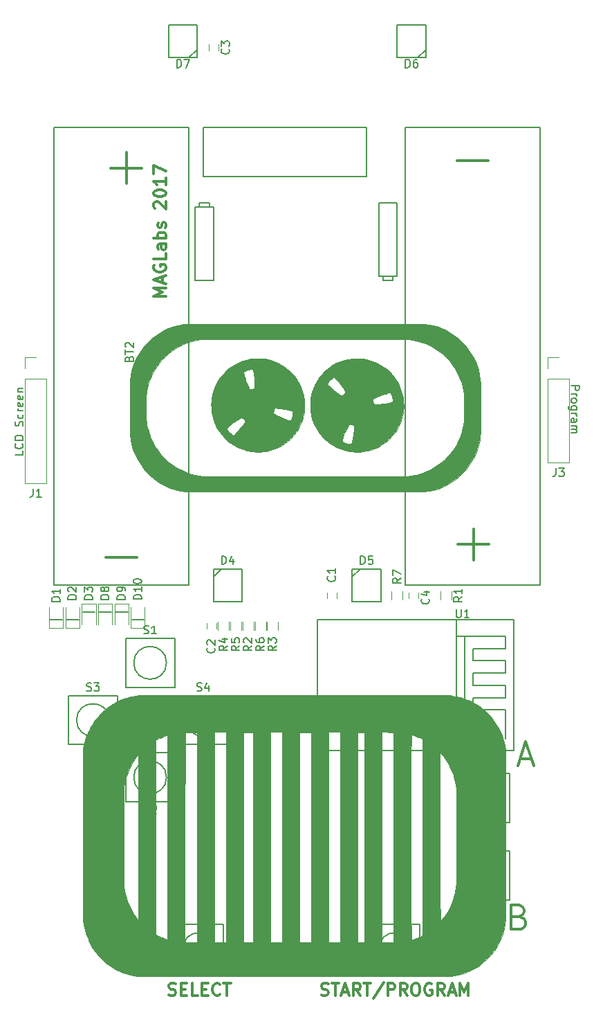
<source format=gto>
G04 #@! TF.FileFunction,Legend,Top*
%FSLAX46Y46*%
G04 Gerber Fmt 4.6, Leading zero omitted, Abs format (unit mm)*
G04 Created by KiCad (PCBNEW 4.0.7-e0-6372~58~ubuntu16.04.1) date Fri Aug  4 00:12:12 2017*
%MOMM*%
%LPD*%
G01*
G04 APERTURE LIST*
%ADD10C,0.100000*%
%ADD11C,0.300000*%
%ADD12C,0.200000*%
%ADD13C,0.150000*%
%ADD14C,0.120000*%
%ADD15C,0.010000*%
G04 APERTURE END LIST*
D10*
D11*
X119928571Y-69142856D02*
X118428571Y-69142856D01*
X119500000Y-68642856D01*
X118428571Y-68142856D01*
X119928571Y-68142856D01*
X119500000Y-67499999D02*
X119500000Y-66785713D01*
X119928571Y-67642856D02*
X118428571Y-67142856D01*
X119928571Y-66642856D01*
X118500000Y-65357142D02*
X118428571Y-65499999D01*
X118428571Y-65714285D01*
X118500000Y-65928570D01*
X118642857Y-66071428D01*
X118785714Y-66142856D01*
X119071429Y-66214285D01*
X119285714Y-66214285D01*
X119571429Y-66142856D01*
X119714286Y-66071428D01*
X119857143Y-65928570D01*
X119928571Y-65714285D01*
X119928571Y-65571428D01*
X119857143Y-65357142D01*
X119785714Y-65285713D01*
X119285714Y-65285713D01*
X119285714Y-65571428D01*
X119928571Y-63928570D02*
X119928571Y-64642856D01*
X118428571Y-64642856D01*
X119928571Y-62785713D02*
X119142857Y-62785713D01*
X119000000Y-62857142D01*
X118928571Y-62999999D01*
X118928571Y-63285713D01*
X119000000Y-63428570D01*
X119857143Y-62785713D02*
X119928571Y-62928570D01*
X119928571Y-63285713D01*
X119857143Y-63428570D01*
X119714286Y-63499999D01*
X119571429Y-63499999D01*
X119428571Y-63428570D01*
X119357143Y-63285713D01*
X119357143Y-62928570D01*
X119285714Y-62785713D01*
X119928571Y-62071427D02*
X118428571Y-62071427D01*
X119000000Y-62071427D02*
X118928571Y-61928570D01*
X118928571Y-61642856D01*
X119000000Y-61499999D01*
X119071429Y-61428570D01*
X119214286Y-61357141D01*
X119642857Y-61357141D01*
X119785714Y-61428570D01*
X119857143Y-61499999D01*
X119928571Y-61642856D01*
X119928571Y-61928570D01*
X119857143Y-62071427D01*
X119857143Y-60785713D02*
X119928571Y-60642856D01*
X119928571Y-60357141D01*
X119857143Y-60214284D01*
X119714286Y-60142856D01*
X119642857Y-60142856D01*
X119500000Y-60214284D01*
X119428571Y-60357141D01*
X119428571Y-60571427D01*
X119357143Y-60714284D01*
X119214286Y-60785713D01*
X119142857Y-60785713D01*
X119000000Y-60714284D01*
X118928571Y-60571427D01*
X118928571Y-60357141D01*
X119000000Y-60214284D01*
X118571429Y-58428570D02*
X118500000Y-58357141D01*
X118428571Y-58214284D01*
X118428571Y-57857141D01*
X118500000Y-57714284D01*
X118571429Y-57642855D01*
X118714286Y-57571427D01*
X118857143Y-57571427D01*
X119071429Y-57642855D01*
X119928571Y-58499998D01*
X119928571Y-57571427D01*
X118428571Y-56642856D02*
X118428571Y-56499999D01*
X118500000Y-56357142D01*
X118571429Y-56285713D01*
X118714286Y-56214284D01*
X119000000Y-56142856D01*
X119357143Y-56142856D01*
X119642857Y-56214284D01*
X119785714Y-56285713D01*
X119857143Y-56357142D01*
X119928571Y-56499999D01*
X119928571Y-56642856D01*
X119857143Y-56785713D01*
X119785714Y-56857142D01*
X119642857Y-56928570D01*
X119357143Y-56999999D01*
X119000000Y-56999999D01*
X118714286Y-56928570D01*
X118571429Y-56857142D01*
X118500000Y-56785713D01*
X118428571Y-56642856D01*
X119928571Y-54714285D02*
X119928571Y-55571428D01*
X119928571Y-55142856D02*
X118428571Y-55142856D01*
X118642857Y-55285713D01*
X118785714Y-55428571D01*
X118857143Y-55571428D01*
X118428571Y-54214285D02*
X118428571Y-53214285D01*
X119928571Y-53857142D01*
D12*
X147750000Y-67250000D02*
X147750000Y-66750000D01*
X146500000Y-67250000D02*
X147750000Y-67250000D01*
X146500000Y-66750000D02*
X146500000Y-67250000D01*
X148250000Y-66750000D02*
X148250000Y-57750000D01*
X146000000Y-66750000D02*
X148250000Y-66750000D01*
X146000000Y-57750000D02*
X146000000Y-66750000D01*
X148250000Y-57750000D02*
X146000000Y-57750000D01*
X125250000Y-57750000D02*
X125250000Y-58250000D01*
X124000000Y-57750000D02*
X125250000Y-57750000D01*
X124000000Y-58250000D02*
X124000000Y-57750000D01*
X123500000Y-58250000D02*
X123500000Y-67250000D01*
X125750000Y-58250000D02*
X123500000Y-58250000D01*
X125750000Y-67250000D02*
X125750000Y-58250000D01*
X123500000Y-67250000D02*
X125750000Y-67250000D01*
X115750000Y-108750000D02*
X117250000Y-108750000D01*
X113750000Y-107750000D02*
X115250000Y-107750000D01*
X111750000Y-107750000D02*
X113250000Y-107750000D01*
X109750000Y-107750000D02*
X111250000Y-107750000D01*
X107750000Y-108750000D02*
X109250000Y-108750000D01*
X105750000Y-108750000D02*
X107250000Y-108750000D01*
X151750000Y-39000000D02*
X150750000Y-40000000D01*
X123750000Y-39000000D02*
X122750000Y-40000000D01*
X143750000Y-102500000D02*
X142750000Y-103500000D01*
X126750000Y-102500000D02*
X125750000Y-103500000D01*
X169547619Y-80095238D02*
X170547619Y-80095238D01*
X170547619Y-80476191D01*
X170500000Y-80571429D01*
X170452381Y-80619048D01*
X170357143Y-80666667D01*
X170214286Y-80666667D01*
X170119048Y-80619048D01*
X170071429Y-80571429D01*
X170023810Y-80476191D01*
X170023810Y-80095238D01*
X169547619Y-81095238D02*
X170214286Y-81095238D01*
X170023810Y-81095238D02*
X170119048Y-81142857D01*
X170166667Y-81190476D01*
X170214286Y-81285714D01*
X170214286Y-81380953D01*
X169547619Y-81857143D02*
X169595238Y-81761905D01*
X169642857Y-81714286D01*
X169738095Y-81666667D01*
X170023810Y-81666667D01*
X170119048Y-81714286D01*
X170166667Y-81761905D01*
X170214286Y-81857143D01*
X170214286Y-82000001D01*
X170166667Y-82095239D01*
X170119048Y-82142858D01*
X170023810Y-82190477D01*
X169738095Y-82190477D01*
X169642857Y-82142858D01*
X169595238Y-82095239D01*
X169547619Y-82000001D01*
X169547619Y-81857143D01*
X170214286Y-83047620D02*
X169404762Y-83047620D01*
X169309524Y-83000001D01*
X169261905Y-82952382D01*
X169214286Y-82857143D01*
X169214286Y-82714286D01*
X169261905Y-82619048D01*
X169595238Y-83047620D02*
X169547619Y-82952382D01*
X169547619Y-82761905D01*
X169595238Y-82666667D01*
X169642857Y-82619048D01*
X169738095Y-82571429D01*
X170023810Y-82571429D01*
X170119048Y-82619048D01*
X170166667Y-82666667D01*
X170214286Y-82761905D01*
X170214286Y-82952382D01*
X170166667Y-83047620D01*
X169547619Y-83523810D02*
X170214286Y-83523810D01*
X170023810Y-83523810D02*
X170119048Y-83571429D01*
X170166667Y-83619048D01*
X170214286Y-83714286D01*
X170214286Y-83809525D01*
X169547619Y-84571430D02*
X170071429Y-84571430D01*
X170166667Y-84523811D01*
X170214286Y-84428573D01*
X170214286Y-84238096D01*
X170166667Y-84142858D01*
X169595238Y-84571430D02*
X169547619Y-84476192D01*
X169547619Y-84238096D01*
X169595238Y-84142858D01*
X169690476Y-84095239D01*
X169785714Y-84095239D01*
X169880952Y-84142858D01*
X169928571Y-84238096D01*
X169928571Y-84476192D01*
X169976190Y-84571430D01*
X169547619Y-85047620D02*
X170214286Y-85047620D01*
X170119048Y-85047620D02*
X170166667Y-85095239D01*
X170214286Y-85190477D01*
X170214286Y-85333335D01*
X170166667Y-85428573D01*
X170071429Y-85476192D01*
X169547619Y-85476192D01*
X170071429Y-85476192D02*
X170166667Y-85523811D01*
X170214286Y-85619049D01*
X170214286Y-85761906D01*
X170166667Y-85857144D01*
X170071429Y-85904763D01*
X169547619Y-85904763D01*
X102452381Y-88095238D02*
X102452381Y-88571429D01*
X101452381Y-88571429D01*
X102357143Y-87190476D02*
X102404762Y-87238095D01*
X102452381Y-87380952D01*
X102452381Y-87476190D01*
X102404762Y-87619048D01*
X102309524Y-87714286D01*
X102214286Y-87761905D01*
X102023810Y-87809524D01*
X101880952Y-87809524D01*
X101690476Y-87761905D01*
X101595238Y-87714286D01*
X101500000Y-87619048D01*
X101452381Y-87476190D01*
X101452381Y-87380952D01*
X101500000Y-87238095D01*
X101547619Y-87190476D01*
X102452381Y-86761905D02*
X101452381Y-86761905D01*
X101452381Y-86523810D01*
X101500000Y-86380952D01*
X101595238Y-86285714D01*
X101690476Y-86238095D01*
X101880952Y-86190476D01*
X102023810Y-86190476D01*
X102214286Y-86238095D01*
X102309524Y-86285714D01*
X102404762Y-86380952D01*
X102452381Y-86523810D01*
X102452381Y-86761905D01*
X102404762Y-85047619D02*
X102452381Y-84904762D01*
X102452381Y-84666666D01*
X102404762Y-84571428D01*
X102357143Y-84523809D01*
X102261905Y-84476190D01*
X102166667Y-84476190D01*
X102071429Y-84523809D01*
X102023810Y-84571428D01*
X101976190Y-84666666D01*
X101928571Y-84857143D01*
X101880952Y-84952381D01*
X101833333Y-85000000D01*
X101738095Y-85047619D01*
X101642857Y-85047619D01*
X101547619Y-85000000D01*
X101500000Y-84952381D01*
X101452381Y-84857143D01*
X101452381Y-84619047D01*
X101500000Y-84476190D01*
X102404762Y-83619047D02*
X102452381Y-83714285D01*
X102452381Y-83904762D01*
X102404762Y-84000000D01*
X102357143Y-84047619D01*
X102261905Y-84095238D01*
X101976190Y-84095238D01*
X101880952Y-84047619D01*
X101833333Y-84000000D01*
X101785714Y-83904762D01*
X101785714Y-83714285D01*
X101833333Y-83619047D01*
X102452381Y-83190476D02*
X101785714Y-83190476D01*
X101976190Y-83190476D02*
X101880952Y-83142857D01*
X101833333Y-83095238D01*
X101785714Y-83000000D01*
X101785714Y-82904761D01*
X102404762Y-82190475D02*
X102452381Y-82285713D01*
X102452381Y-82476190D01*
X102404762Y-82571428D01*
X102309524Y-82619047D01*
X101928571Y-82619047D01*
X101833333Y-82571428D01*
X101785714Y-82476190D01*
X101785714Y-82285713D01*
X101833333Y-82190475D01*
X101928571Y-82142856D01*
X102023810Y-82142856D01*
X102119048Y-82619047D01*
X102404762Y-81333332D02*
X102452381Y-81428570D01*
X102452381Y-81619047D01*
X102404762Y-81714285D01*
X102309524Y-81761904D01*
X101928571Y-81761904D01*
X101833333Y-81714285D01*
X101785714Y-81619047D01*
X101785714Y-81428570D01*
X101833333Y-81333332D01*
X101928571Y-81285713D01*
X102023810Y-81285713D01*
X102119048Y-81761904D01*
X101785714Y-80857142D02*
X102452381Y-80857142D01*
X101880952Y-80857142D02*
X101833333Y-80809523D01*
X101785714Y-80714285D01*
X101785714Y-80571427D01*
X101833333Y-80476189D01*
X101928571Y-80428570D01*
X102452381Y-80428570D01*
D11*
X163285715Y-125750000D02*
X164714286Y-125750000D01*
X163000000Y-126607143D02*
X164000000Y-123607143D01*
X165000000Y-126607143D01*
X163214286Y-145035714D02*
X163642857Y-145178571D01*
X163785714Y-145321429D01*
X163928571Y-145607143D01*
X163928571Y-146035714D01*
X163785714Y-146321429D01*
X163642857Y-146464286D01*
X163357143Y-146607143D01*
X162214286Y-146607143D01*
X162214286Y-143607143D01*
X163214286Y-143607143D01*
X163500000Y-143750000D01*
X163642857Y-143892857D01*
X163785714Y-144178571D01*
X163785714Y-144464286D01*
X163642857Y-144750000D01*
X163500000Y-144892857D01*
X163214286Y-145035714D01*
X162214286Y-145035714D01*
X138964286Y-154607143D02*
X139178572Y-154678571D01*
X139535715Y-154678571D01*
X139678572Y-154607143D01*
X139750001Y-154535714D01*
X139821429Y-154392857D01*
X139821429Y-154250000D01*
X139750001Y-154107143D01*
X139678572Y-154035714D01*
X139535715Y-153964286D01*
X139250001Y-153892857D01*
X139107143Y-153821429D01*
X139035715Y-153750000D01*
X138964286Y-153607143D01*
X138964286Y-153464286D01*
X139035715Y-153321429D01*
X139107143Y-153250000D01*
X139250001Y-153178571D01*
X139607143Y-153178571D01*
X139821429Y-153250000D01*
X140250000Y-153178571D02*
X141107143Y-153178571D01*
X140678572Y-154678571D02*
X140678572Y-153178571D01*
X141535714Y-154250000D02*
X142250000Y-154250000D01*
X141392857Y-154678571D02*
X141892857Y-153178571D01*
X142392857Y-154678571D01*
X143750000Y-154678571D02*
X143250000Y-153964286D01*
X142892857Y-154678571D02*
X142892857Y-153178571D01*
X143464285Y-153178571D01*
X143607143Y-153250000D01*
X143678571Y-153321429D01*
X143750000Y-153464286D01*
X143750000Y-153678571D01*
X143678571Y-153821429D01*
X143607143Y-153892857D01*
X143464285Y-153964286D01*
X142892857Y-153964286D01*
X144178571Y-153178571D02*
X145035714Y-153178571D01*
X144607143Y-154678571D02*
X144607143Y-153178571D01*
X146607142Y-153107143D02*
X145321428Y-155035714D01*
X147107143Y-154678571D02*
X147107143Y-153178571D01*
X147678571Y-153178571D01*
X147821429Y-153250000D01*
X147892857Y-153321429D01*
X147964286Y-153464286D01*
X147964286Y-153678571D01*
X147892857Y-153821429D01*
X147821429Y-153892857D01*
X147678571Y-153964286D01*
X147107143Y-153964286D01*
X149464286Y-154678571D02*
X148964286Y-153964286D01*
X148607143Y-154678571D02*
X148607143Y-153178571D01*
X149178571Y-153178571D01*
X149321429Y-153250000D01*
X149392857Y-153321429D01*
X149464286Y-153464286D01*
X149464286Y-153678571D01*
X149392857Y-153821429D01*
X149321429Y-153892857D01*
X149178571Y-153964286D01*
X148607143Y-153964286D01*
X150392857Y-153178571D02*
X150678571Y-153178571D01*
X150821429Y-153250000D01*
X150964286Y-153392857D01*
X151035714Y-153678571D01*
X151035714Y-154178571D01*
X150964286Y-154464286D01*
X150821429Y-154607143D01*
X150678571Y-154678571D01*
X150392857Y-154678571D01*
X150250000Y-154607143D01*
X150107143Y-154464286D01*
X150035714Y-154178571D01*
X150035714Y-153678571D01*
X150107143Y-153392857D01*
X150250000Y-153250000D01*
X150392857Y-153178571D01*
X152464286Y-153250000D02*
X152321429Y-153178571D01*
X152107143Y-153178571D01*
X151892858Y-153250000D01*
X151750000Y-153392857D01*
X151678572Y-153535714D01*
X151607143Y-153821429D01*
X151607143Y-154035714D01*
X151678572Y-154321429D01*
X151750000Y-154464286D01*
X151892858Y-154607143D01*
X152107143Y-154678571D01*
X152250000Y-154678571D01*
X152464286Y-154607143D01*
X152535715Y-154535714D01*
X152535715Y-154035714D01*
X152250000Y-154035714D01*
X154035715Y-154678571D02*
X153535715Y-153964286D01*
X153178572Y-154678571D02*
X153178572Y-153178571D01*
X153750000Y-153178571D01*
X153892858Y-153250000D01*
X153964286Y-153321429D01*
X154035715Y-153464286D01*
X154035715Y-153678571D01*
X153964286Y-153821429D01*
X153892858Y-153892857D01*
X153750000Y-153964286D01*
X153178572Y-153964286D01*
X154607143Y-154250000D02*
X155321429Y-154250000D01*
X154464286Y-154678571D02*
X154964286Y-153178571D01*
X155464286Y-154678571D01*
X155964286Y-154678571D02*
X155964286Y-153178571D01*
X156464286Y-154250000D01*
X156964286Y-153178571D01*
X156964286Y-154678571D01*
X120285714Y-154607143D02*
X120500000Y-154678571D01*
X120857143Y-154678571D01*
X121000000Y-154607143D01*
X121071429Y-154535714D01*
X121142857Y-154392857D01*
X121142857Y-154250000D01*
X121071429Y-154107143D01*
X121000000Y-154035714D01*
X120857143Y-153964286D01*
X120571429Y-153892857D01*
X120428571Y-153821429D01*
X120357143Y-153750000D01*
X120285714Y-153607143D01*
X120285714Y-153464286D01*
X120357143Y-153321429D01*
X120428571Y-153250000D01*
X120571429Y-153178571D01*
X120928571Y-153178571D01*
X121142857Y-153250000D01*
X121785714Y-153892857D02*
X122285714Y-153892857D01*
X122500000Y-154678571D02*
X121785714Y-154678571D01*
X121785714Y-153178571D01*
X122500000Y-153178571D01*
X123857143Y-154678571D02*
X123142857Y-154678571D01*
X123142857Y-153178571D01*
X124357143Y-153892857D02*
X124857143Y-153892857D01*
X125071429Y-154678571D02*
X124357143Y-154678571D01*
X124357143Y-153178571D01*
X125071429Y-153178571D01*
X126571429Y-154535714D02*
X126500000Y-154607143D01*
X126285714Y-154678571D01*
X126142857Y-154678571D01*
X125928572Y-154607143D01*
X125785714Y-154464286D01*
X125714286Y-154321429D01*
X125642857Y-154035714D01*
X125642857Y-153821429D01*
X125714286Y-153535714D01*
X125785714Y-153392857D01*
X125928572Y-153250000D01*
X126142857Y-153178571D01*
X126285714Y-153178571D01*
X126500000Y-153250000D01*
X126571429Y-153321429D01*
X127000000Y-153178571D02*
X127857143Y-153178571D01*
X127428572Y-154678571D02*
X127428572Y-153178571D01*
D13*
X144500000Y-48500000D02*
X144500000Y-54500000D01*
X144500000Y-54500000D02*
X124500000Y-54500000D01*
X124500000Y-48500000D02*
X124500000Y-54500000D01*
X144500000Y-48500000D02*
X124500000Y-48500000D01*
X129250000Y-106500000D02*
X125750000Y-106500000D01*
X125750000Y-106500000D02*
X125750000Y-102500000D01*
X125750000Y-102500000D02*
X129250000Y-102500000D01*
X129250000Y-102500000D02*
X129250000Y-106500000D01*
X162500000Y-124750000D02*
X162500000Y-108750000D01*
X138500000Y-124750000D02*
X162500000Y-124750000D01*
X138500000Y-108750000D02*
X138500000Y-124750000D01*
X162500000Y-108750000D02*
X138500000Y-108750000D01*
X155500000Y-108750000D02*
X155500000Y-124750000D01*
X155500000Y-110750000D02*
X161500000Y-110750000D01*
X157500000Y-119750000D02*
X161500000Y-119750000D01*
X157500000Y-118250000D02*
X157500000Y-119750000D01*
X161500000Y-118250000D02*
X157500000Y-118250000D01*
X161500000Y-116750000D02*
X161500000Y-118250000D01*
X157500000Y-116750000D02*
X161500000Y-116750000D01*
X157500000Y-115250000D02*
X157500000Y-116750000D01*
X161500000Y-115250000D02*
X157500000Y-115250000D01*
X161500000Y-113750000D02*
X161500000Y-115250000D01*
X157500000Y-113750000D02*
X161500000Y-113750000D01*
X157500000Y-112250000D02*
X157500000Y-113750000D01*
X161500000Y-112250000D02*
X157500000Y-112250000D01*
X161500000Y-110750000D02*
X161500000Y-112250000D01*
X156500000Y-110750000D02*
X156500000Y-119750000D01*
X161500000Y-119750000D02*
X161500000Y-123250000D01*
D14*
X102670000Y-76670000D02*
X104000000Y-76670000D01*
X102670000Y-78000000D02*
X102670000Y-76670000D01*
X102670000Y-79270000D02*
X105330000Y-79270000D01*
X105330000Y-79270000D02*
X105330000Y-92030000D01*
X102670000Y-79270000D02*
X102670000Y-92030000D01*
X102670000Y-92030000D02*
X105330000Y-92030000D01*
D13*
X161000000Y-140000000D02*
G75*
G03X161000000Y-140000000I-2000000J0D01*
G01*
X156000000Y-143000000D02*
X156000000Y-137000000D01*
X156000000Y-137000000D02*
X162000000Y-137000000D01*
X162000000Y-137000000D02*
X162000000Y-143000000D01*
X162000000Y-143000000D02*
X156000000Y-143000000D01*
X161000000Y-130500000D02*
G75*
G03X161000000Y-130500000I-2000000J0D01*
G01*
X156000000Y-133500000D02*
X156000000Y-127500000D01*
X156000000Y-127500000D02*
X162000000Y-127500000D01*
X162000000Y-127500000D02*
X162000000Y-133500000D01*
X162000000Y-133500000D02*
X156000000Y-133500000D01*
X150000000Y-149000000D02*
G75*
G03X150000000Y-149000000I-2000000J0D01*
G01*
X145000000Y-152000000D02*
X145000000Y-146000000D01*
X145000000Y-146000000D02*
X151000000Y-146000000D01*
X151000000Y-146000000D02*
X151000000Y-152000000D01*
X151000000Y-152000000D02*
X145000000Y-152000000D01*
X126000000Y-149000000D02*
G75*
G03X126000000Y-149000000I-2000000J0D01*
G01*
X121000000Y-152000000D02*
X121000000Y-146000000D01*
X121000000Y-146000000D02*
X127000000Y-146000000D01*
X127000000Y-146000000D02*
X127000000Y-152000000D01*
X127000000Y-152000000D02*
X121000000Y-152000000D01*
X126500000Y-121000000D02*
G75*
G03X126500000Y-121000000I-2000000J0D01*
G01*
X121500000Y-124000000D02*
X121500000Y-118000000D01*
X121500000Y-118000000D02*
X127500000Y-118000000D01*
X127500000Y-118000000D02*
X127500000Y-124000000D01*
X127500000Y-124000000D02*
X121500000Y-124000000D01*
X120000000Y-128000000D02*
G75*
G03X120000000Y-128000000I-2000000J0D01*
G01*
X115000000Y-131000000D02*
X115000000Y-125000000D01*
X115000000Y-125000000D02*
X121000000Y-125000000D01*
X121000000Y-125000000D02*
X121000000Y-131000000D01*
X121000000Y-131000000D02*
X115000000Y-131000000D01*
X113000000Y-121000000D02*
G75*
G03X113000000Y-121000000I-2000000J0D01*
G01*
X108000000Y-124000000D02*
X108000000Y-118000000D01*
X108000000Y-118000000D02*
X114000000Y-118000000D01*
X114000000Y-118000000D02*
X114000000Y-124000000D01*
X114000000Y-124000000D02*
X108000000Y-124000000D01*
X120000000Y-114000000D02*
G75*
G03X120000000Y-114000000I-2000000J0D01*
G01*
X115000000Y-117000000D02*
X115000000Y-111000000D01*
X115000000Y-111000000D02*
X121000000Y-111000000D01*
X121000000Y-111000000D02*
X121000000Y-117000000D01*
X121000000Y-117000000D02*
X115000000Y-117000000D01*
D14*
X130820000Y-110000000D02*
X130820000Y-109000000D01*
X132180000Y-109000000D02*
X132180000Y-110000000D01*
X127680000Y-109000000D02*
X127680000Y-110000000D01*
X126320000Y-110000000D02*
X126320000Y-109000000D01*
X129180000Y-109000000D02*
X129180000Y-110000000D01*
X127820000Y-110000000D02*
X127820000Y-109000000D01*
X139650000Y-106100000D02*
X139650000Y-105400000D01*
X140850000Y-105400000D02*
X140850000Y-106100000D01*
X126100000Y-109150000D02*
X126100000Y-109850000D01*
X124900000Y-109850000D02*
X124900000Y-109150000D01*
X126350000Y-38400000D02*
X126350000Y-39100000D01*
X125150000Y-39100000D02*
X125150000Y-38400000D01*
X150850000Y-105400000D02*
X150850000Y-106100000D01*
X149650000Y-106100000D02*
X149650000Y-105400000D01*
X105650000Y-109750000D02*
X107350000Y-109750000D01*
X107350000Y-109750000D02*
X107350000Y-107200000D01*
X105650000Y-109750000D02*
X105650000Y-107200000D01*
X107650000Y-109750000D02*
X109350000Y-109750000D01*
X109350000Y-109750000D02*
X109350000Y-107200000D01*
X107650000Y-109750000D02*
X107650000Y-107200000D01*
X111350000Y-106750000D02*
X111350000Y-109300000D01*
X109650000Y-106750000D02*
X109650000Y-109300000D01*
X111350000Y-106750000D02*
X109650000Y-106750000D01*
D13*
X146250000Y-102500000D02*
X146250000Y-106500000D01*
X142750000Y-102500000D02*
X146250000Y-102500000D01*
X142750000Y-106500000D02*
X142750000Y-102500000D01*
X146250000Y-106500000D02*
X142750000Y-106500000D01*
X148250000Y-36000000D02*
X151750000Y-36000000D01*
X151750000Y-36000000D02*
X151750000Y-40000000D01*
X151750000Y-40000000D02*
X148250000Y-40000000D01*
X148250000Y-40000000D02*
X148250000Y-36000000D01*
X120250000Y-40000000D02*
X120250000Y-36000000D01*
X123750000Y-40000000D02*
X120250000Y-40000000D01*
X123750000Y-36000000D02*
X123750000Y-40000000D01*
X120250000Y-36000000D02*
X123750000Y-36000000D01*
D14*
X113350000Y-106750000D02*
X113350000Y-109300000D01*
X111650000Y-106750000D02*
X111650000Y-109300000D01*
X113350000Y-106750000D02*
X111650000Y-106750000D01*
X115350000Y-106750000D02*
X113650000Y-106750000D01*
X113650000Y-106750000D02*
X113650000Y-109300000D01*
X115350000Y-106750000D02*
X115350000Y-109300000D01*
X115650000Y-109750000D02*
X115650000Y-107200000D01*
X117350000Y-109750000D02*
X117350000Y-107200000D01*
X115650000Y-109750000D02*
X117350000Y-109750000D01*
X166670000Y-76670000D02*
X168000000Y-76670000D01*
X166670000Y-78000000D02*
X166670000Y-76670000D01*
X166670000Y-79270000D02*
X169330000Y-79270000D01*
X169330000Y-79270000D02*
X169330000Y-89490000D01*
X166670000Y-79270000D02*
X166670000Y-89490000D01*
X166670000Y-89490000D02*
X169330000Y-89490000D01*
X154930000Y-105250000D02*
X154930000Y-106250000D01*
X153570000Y-106250000D02*
X153570000Y-105250000D01*
X130680000Y-109000000D02*
X130680000Y-110000000D01*
X129320000Y-110000000D02*
X129320000Y-109000000D01*
X132320000Y-110000000D02*
X132320000Y-109000000D01*
X133680000Y-109000000D02*
X133680000Y-110000000D01*
D13*
X149250000Y-48500000D02*
X149250000Y-104500000D01*
X165750000Y-48500000D02*
X149250000Y-48500000D01*
X165750000Y-104500000D02*
X165750000Y-48500000D01*
X149250000Y-104500000D02*
X165750000Y-104500000D01*
X122750000Y-48500000D02*
X106250000Y-48500000D01*
X106250000Y-48500000D02*
X106250000Y-104500000D01*
X106250000Y-104500000D02*
X122750000Y-104500000D01*
X122750000Y-104500000D02*
X122750000Y-48500000D01*
D14*
X148930000Y-105250000D02*
X148930000Y-106250000D01*
X147570000Y-106250000D02*
X147570000Y-105250000D01*
D15*
G36*
X143900043Y-76803840D02*
X143980446Y-76812670D01*
X144511714Y-76899815D01*
X145027226Y-77034236D01*
X145524307Y-77214301D01*
X146000288Y-77438377D01*
X146452497Y-77704832D01*
X146878261Y-78012033D01*
X147274910Y-78358349D01*
X147639772Y-78742147D01*
X147970175Y-79161794D01*
X148075955Y-79315000D01*
X148347461Y-79767514D01*
X148576925Y-80246619D01*
X148762644Y-80748030D01*
X148902914Y-81267460D01*
X148954107Y-81524800D01*
X148984041Y-81737213D01*
X149006627Y-81984269D01*
X149021341Y-82250272D01*
X149027660Y-82519525D01*
X149025061Y-82776331D01*
X149013020Y-83004995D01*
X149005967Y-83080253D01*
X148937787Y-83532035D01*
X148832031Y-83987677D01*
X148692359Y-84436307D01*
X148522429Y-84867053D01*
X148325901Y-85269042D01*
X148191492Y-85500364D01*
X147898943Y-85924811D01*
X147565223Y-86326368D01*
X147196476Y-86698910D01*
X146798844Y-87036312D01*
X146378471Y-87332450D01*
X146312400Y-87373817D01*
X145889934Y-87606928D01*
X145435665Y-87807235D01*
X144959196Y-87971363D01*
X144470133Y-88095936D01*
X144051800Y-88168190D01*
X143900145Y-88183203D01*
X143711322Y-88193672D01*
X143498308Y-88199614D01*
X143274081Y-88201046D01*
X143051618Y-88197983D01*
X142843900Y-88190442D01*
X142663902Y-88178440D01*
X142553200Y-88166286D01*
X142013073Y-88066583D01*
X141493106Y-87920641D01*
X140994961Y-87729429D01*
X140520300Y-87493916D01*
X140070784Y-87215069D01*
X139648074Y-86893857D01*
X139629408Y-86876688D01*
X141489764Y-86876688D01*
X141500198Y-86905221D01*
X141522092Y-86932339D01*
X141522207Y-86932466D01*
X141596081Y-86991323D01*
X141703680Y-87047540D01*
X141835424Y-87098986D01*
X141981735Y-87143534D01*
X142133033Y-87179054D01*
X142279739Y-87203417D01*
X142412273Y-87214495D01*
X142521055Y-87210159D01*
X142596507Y-87188279D01*
X142614219Y-87175151D01*
X142649060Y-87118257D01*
X142687202Y-87017757D01*
X142727363Y-86880638D01*
X142768258Y-86713886D01*
X142808604Y-86524488D01*
X142847118Y-86319431D01*
X142882516Y-86105701D01*
X142913514Y-85890285D01*
X142938830Y-85680170D01*
X142957179Y-85482342D01*
X142967278Y-85303788D01*
X142968642Y-85245900D01*
X142972300Y-84966500D01*
X142848969Y-84905363D01*
X142697086Y-84853285D01*
X142542421Y-84832468D01*
X142359203Y-84820710D01*
X142279843Y-84944405D01*
X142200822Y-85078757D01*
X142110366Y-85251111D01*
X142012937Y-85451220D01*
X141912999Y-85668835D01*
X141815013Y-85893711D01*
X141723444Y-86115600D01*
X141642752Y-86324256D01*
X141577402Y-86509431D01*
X141531856Y-86660877D01*
X141531202Y-86663398D01*
X141504867Y-86767696D01*
X141491188Y-86834819D01*
X141489764Y-86876688D01*
X139629408Y-86876688D01*
X139253833Y-86531249D01*
X138889722Y-86128214D01*
X138746583Y-85947645D01*
X138462815Y-85535282D01*
X138214116Y-85090687D01*
X138003273Y-84620849D01*
X137833071Y-84132760D01*
X137706297Y-83633409D01*
X137626631Y-83137700D01*
X137612134Y-82960287D01*
X137603773Y-82747759D01*
X137601408Y-82515413D01*
X137604902Y-82278544D01*
X137614116Y-82052449D01*
X137628911Y-81852423D01*
X137639117Y-81761050D01*
X137642741Y-81740700D01*
X145258300Y-81740700D01*
X145263093Y-81884772D01*
X145280889Y-82017729D01*
X145321410Y-82148807D01*
X145378181Y-82261829D01*
X145444726Y-82340620D01*
X145445978Y-82341629D01*
X145476410Y-82363226D01*
X145510033Y-82377312D01*
X145556729Y-82384804D01*
X145626379Y-82386620D01*
X145728865Y-82383676D01*
X145842500Y-82378445D01*
X146003723Y-82368713D01*
X146190846Y-82354549D01*
X146379377Y-82337942D01*
X146528300Y-82322742D01*
X146723381Y-82298393D01*
X146920105Y-82269065D01*
X147108857Y-82236583D01*
X147280025Y-82202770D01*
X147423994Y-82169452D01*
X147531149Y-82138453D01*
X147563511Y-82126292D01*
X147646022Y-82073376D01*
X147685368Y-82016500D01*
X147697416Y-81936500D01*
X147690656Y-81821622D01*
X147667865Y-81682974D01*
X147631822Y-81531664D01*
X147585305Y-81378799D01*
X147531091Y-81235487D01*
X147471958Y-81112836D01*
X147450214Y-81076213D01*
X147376019Y-80959221D01*
X147244259Y-80973250D01*
X147140251Y-80992276D01*
X146998180Y-81029867D01*
X146826013Y-81083090D01*
X146631714Y-81149008D01*
X146423247Y-81224688D01*
X146208578Y-81307195D01*
X145995670Y-81393595D01*
X145792489Y-81480954D01*
X145606999Y-81566336D01*
X145523997Y-81607058D01*
X145258300Y-81740700D01*
X137642741Y-81740700D01*
X137731157Y-81244268D01*
X137870964Y-80735232D01*
X138056125Y-80239650D01*
X138235502Y-79864995D01*
X139722548Y-79864995D01*
X139732246Y-79917881D01*
X139783750Y-79997348D01*
X139876178Y-80102439D01*
X140008645Y-80232200D01*
X140180268Y-80385674D01*
X140291276Y-80480051D01*
X140458936Y-80618082D01*
X140629109Y-80753881D01*
X140796551Y-80883633D01*
X140956016Y-81003523D01*
X141102258Y-81109735D01*
X141230033Y-81198455D01*
X141334094Y-81265868D01*
X141409197Y-81308159D01*
X141448377Y-81321600D01*
X141485347Y-81307623D01*
X141545424Y-81272046D01*
X141581571Y-81247136D01*
X141724809Y-81115116D01*
X141840103Y-80951190D01*
X141851449Y-80930035D01*
X141873005Y-80879800D01*
X141873148Y-80836620D01*
X141850106Y-80778635D01*
X141837049Y-80752401D01*
X141765473Y-80622890D01*
X141673110Y-80473815D01*
X141564248Y-80310612D01*
X141443173Y-80138720D01*
X141314173Y-79963577D01*
X141181536Y-79790621D01*
X141049548Y-79625290D01*
X140922497Y-79473022D01*
X140804671Y-79339254D01*
X140700356Y-79229426D01*
X140613840Y-79148975D01*
X140549410Y-79103338D01*
X140531280Y-79096172D01*
X140455999Y-79102004D01*
X140356678Y-79149972D01*
X140235493Y-79238699D01*
X140094619Y-79366809D01*
X140078487Y-79382775D01*
X139962846Y-79506305D01*
X139861607Y-79630202D01*
X139782100Y-79744536D01*
X139731655Y-79839375D01*
X139722548Y-79864995D01*
X138235502Y-79864995D01*
X138284225Y-79763231D01*
X138552851Y-79311684D01*
X138845259Y-78908600D01*
X138989426Y-78739787D01*
X139163892Y-78554430D01*
X139356633Y-78364079D01*
X139555625Y-78180286D01*
X139748842Y-78014601D01*
X139896003Y-77899264D01*
X140338497Y-77602212D01*
X140804615Y-77349035D01*
X141290834Y-77140669D01*
X141793626Y-76978053D01*
X142309469Y-76862124D01*
X142834836Y-76793820D01*
X143366202Y-76774080D01*
X143900043Y-76803840D01*
X143900043Y-76803840D01*
G37*
X143900043Y-76803840D02*
X143980446Y-76812670D01*
X144511714Y-76899815D01*
X145027226Y-77034236D01*
X145524307Y-77214301D01*
X146000288Y-77438377D01*
X146452497Y-77704832D01*
X146878261Y-78012033D01*
X147274910Y-78358349D01*
X147639772Y-78742147D01*
X147970175Y-79161794D01*
X148075955Y-79315000D01*
X148347461Y-79767514D01*
X148576925Y-80246619D01*
X148762644Y-80748030D01*
X148902914Y-81267460D01*
X148954107Y-81524800D01*
X148984041Y-81737213D01*
X149006627Y-81984269D01*
X149021341Y-82250272D01*
X149027660Y-82519525D01*
X149025061Y-82776331D01*
X149013020Y-83004995D01*
X149005967Y-83080253D01*
X148937787Y-83532035D01*
X148832031Y-83987677D01*
X148692359Y-84436307D01*
X148522429Y-84867053D01*
X148325901Y-85269042D01*
X148191492Y-85500364D01*
X147898943Y-85924811D01*
X147565223Y-86326368D01*
X147196476Y-86698910D01*
X146798844Y-87036312D01*
X146378471Y-87332450D01*
X146312400Y-87373817D01*
X145889934Y-87606928D01*
X145435665Y-87807235D01*
X144959196Y-87971363D01*
X144470133Y-88095936D01*
X144051800Y-88168190D01*
X143900145Y-88183203D01*
X143711322Y-88193672D01*
X143498308Y-88199614D01*
X143274081Y-88201046D01*
X143051618Y-88197983D01*
X142843900Y-88190442D01*
X142663902Y-88178440D01*
X142553200Y-88166286D01*
X142013073Y-88066583D01*
X141493106Y-87920641D01*
X140994961Y-87729429D01*
X140520300Y-87493916D01*
X140070784Y-87215069D01*
X139648074Y-86893857D01*
X139629408Y-86876688D01*
X141489764Y-86876688D01*
X141500198Y-86905221D01*
X141522092Y-86932339D01*
X141522207Y-86932466D01*
X141596081Y-86991323D01*
X141703680Y-87047540D01*
X141835424Y-87098986D01*
X141981735Y-87143534D01*
X142133033Y-87179054D01*
X142279739Y-87203417D01*
X142412273Y-87214495D01*
X142521055Y-87210159D01*
X142596507Y-87188279D01*
X142614219Y-87175151D01*
X142649060Y-87118257D01*
X142687202Y-87017757D01*
X142727363Y-86880638D01*
X142768258Y-86713886D01*
X142808604Y-86524488D01*
X142847118Y-86319431D01*
X142882516Y-86105701D01*
X142913514Y-85890285D01*
X142938830Y-85680170D01*
X142957179Y-85482342D01*
X142967278Y-85303788D01*
X142968642Y-85245900D01*
X142972300Y-84966500D01*
X142848969Y-84905363D01*
X142697086Y-84853285D01*
X142542421Y-84832468D01*
X142359203Y-84820710D01*
X142279843Y-84944405D01*
X142200822Y-85078757D01*
X142110366Y-85251111D01*
X142012937Y-85451220D01*
X141912999Y-85668835D01*
X141815013Y-85893711D01*
X141723444Y-86115600D01*
X141642752Y-86324256D01*
X141577402Y-86509431D01*
X141531856Y-86660877D01*
X141531202Y-86663398D01*
X141504867Y-86767696D01*
X141491188Y-86834819D01*
X141489764Y-86876688D01*
X139629408Y-86876688D01*
X139253833Y-86531249D01*
X138889722Y-86128214D01*
X138746583Y-85947645D01*
X138462815Y-85535282D01*
X138214116Y-85090687D01*
X138003273Y-84620849D01*
X137833071Y-84132760D01*
X137706297Y-83633409D01*
X137626631Y-83137700D01*
X137612134Y-82960287D01*
X137603773Y-82747759D01*
X137601408Y-82515413D01*
X137604902Y-82278544D01*
X137614116Y-82052449D01*
X137628911Y-81852423D01*
X137639117Y-81761050D01*
X137642741Y-81740700D01*
X145258300Y-81740700D01*
X145263093Y-81884772D01*
X145280889Y-82017729D01*
X145321410Y-82148807D01*
X145378181Y-82261829D01*
X145444726Y-82340620D01*
X145445978Y-82341629D01*
X145476410Y-82363226D01*
X145510033Y-82377312D01*
X145556729Y-82384804D01*
X145626379Y-82386620D01*
X145728865Y-82383676D01*
X145842500Y-82378445D01*
X146003723Y-82368713D01*
X146190846Y-82354549D01*
X146379377Y-82337942D01*
X146528300Y-82322742D01*
X146723381Y-82298393D01*
X146920105Y-82269065D01*
X147108857Y-82236583D01*
X147280025Y-82202770D01*
X147423994Y-82169452D01*
X147531149Y-82138453D01*
X147563511Y-82126292D01*
X147646022Y-82073376D01*
X147685368Y-82016500D01*
X147697416Y-81936500D01*
X147690656Y-81821622D01*
X147667865Y-81682974D01*
X147631822Y-81531664D01*
X147585305Y-81378799D01*
X147531091Y-81235487D01*
X147471958Y-81112836D01*
X147450214Y-81076213D01*
X147376019Y-80959221D01*
X147244259Y-80973250D01*
X147140251Y-80992276D01*
X146998180Y-81029867D01*
X146826013Y-81083090D01*
X146631714Y-81149008D01*
X146423247Y-81224688D01*
X146208578Y-81307195D01*
X145995670Y-81393595D01*
X145792489Y-81480954D01*
X145606999Y-81566336D01*
X145523997Y-81607058D01*
X145258300Y-81740700D01*
X137642741Y-81740700D01*
X137731157Y-81244268D01*
X137870964Y-80735232D01*
X138056125Y-80239650D01*
X138235502Y-79864995D01*
X139722548Y-79864995D01*
X139732246Y-79917881D01*
X139783750Y-79997348D01*
X139876178Y-80102439D01*
X140008645Y-80232200D01*
X140180268Y-80385674D01*
X140291276Y-80480051D01*
X140458936Y-80618082D01*
X140629109Y-80753881D01*
X140796551Y-80883633D01*
X140956016Y-81003523D01*
X141102258Y-81109735D01*
X141230033Y-81198455D01*
X141334094Y-81265868D01*
X141409197Y-81308159D01*
X141448377Y-81321600D01*
X141485347Y-81307623D01*
X141545424Y-81272046D01*
X141581571Y-81247136D01*
X141724809Y-81115116D01*
X141840103Y-80951190D01*
X141851449Y-80930035D01*
X141873005Y-80879800D01*
X141873148Y-80836620D01*
X141850106Y-80778635D01*
X141837049Y-80752401D01*
X141765473Y-80622890D01*
X141673110Y-80473815D01*
X141564248Y-80310612D01*
X141443173Y-80138720D01*
X141314173Y-79963577D01*
X141181536Y-79790621D01*
X141049548Y-79625290D01*
X140922497Y-79473022D01*
X140804671Y-79339254D01*
X140700356Y-79229426D01*
X140613840Y-79148975D01*
X140549410Y-79103338D01*
X140531280Y-79096172D01*
X140455999Y-79102004D01*
X140356678Y-79149972D01*
X140235493Y-79238699D01*
X140094619Y-79366809D01*
X140078487Y-79382775D01*
X139962846Y-79506305D01*
X139861607Y-79630202D01*
X139782100Y-79744536D01*
X139731655Y-79839375D01*
X139722548Y-79864995D01*
X138235502Y-79864995D01*
X138284225Y-79763231D01*
X138552851Y-79311684D01*
X138845259Y-78908600D01*
X138989426Y-78739787D01*
X139163892Y-78554430D01*
X139356633Y-78364079D01*
X139555625Y-78180286D01*
X139748842Y-78014601D01*
X139896003Y-77899264D01*
X140338497Y-77602212D01*
X140804615Y-77349035D01*
X141290834Y-77140669D01*
X141793626Y-76978053D01*
X142309469Y-76862124D01*
X142834836Y-76793820D01*
X143366202Y-76774080D01*
X143900043Y-76803840D01*
G36*
X131324739Y-76779727D02*
X131685139Y-76799371D01*
X132038132Y-76836743D01*
X132365820Y-76890769D01*
X132431300Y-76904469D01*
X132943934Y-77042018D01*
X133439015Y-77226162D01*
X133913526Y-77454818D01*
X134364448Y-77725905D01*
X134788764Y-78037342D01*
X135183457Y-78387046D01*
X135545509Y-78772937D01*
X135871903Y-79192932D01*
X135980764Y-79353100D01*
X136255318Y-79817228D01*
X136481943Y-80298190D01*
X136660633Y-80795970D01*
X136791383Y-81310550D01*
X136874189Y-81841913D01*
X136906190Y-82286800D01*
X136901017Y-82831672D01*
X136846771Y-83365752D01*
X136744352Y-83886791D01*
X136594658Y-84392539D01*
X136398587Y-84880750D01*
X136157037Y-85349173D01*
X135870907Y-85795562D01*
X135541094Y-86217668D01*
X135183866Y-86598293D01*
X134854092Y-86897990D01*
X134514689Y-87160318D01*
X134152759Y-87394299D01*
X133755408Y-87608956D01*
X133701300Y-87635513D01*
X133220916Y-87844090D01*
X132733838Y-88005254D01*
X132231091Y-88121652D01*
X131860466Y-88178477D01*
X131721751Y-88190483D01*
X131544948Y-88198128D01*
X131342570Y-88201550D01*
X131127130Y-88200889D01*
X130911138Y-88196282D01*
X130707109Y-88187868D01*
X130527555Y-88175786D01*
X130400332Y-88162310D01*
X129887252Y-88068237D01*
X129387183Y-87926736D01*
X128903339Y-87740135D01*
X128438935Y-87510760D01*
X127997186Y-87240940D01*
X127581307Y-86933001D01*
X127194512Y-86589271D01*
X126840016Y-86212076D01*
X126521034Y-85803745D01*
X126240780Y-85366604D01*
X126237867Y-85361096D01*
X127359902Y-85361096D01*
X127418059Y-85481233D01*
X127470630Y-85566139D01*
X127550241Y-85665629D01*
X127648982Y-85772532D01*
X127758945Y-85879681D01*
X127872222Y-85979905D01*
X127980904Y-86066034D01*
X128077081Y-86130899D01*
X128152846Y-86167331D01*
X128180746Y-86172647D01*
X128207934Y-86157920D01*
X128260645Y-86119551D01*
X128307746Y-86081959D01*
X128395878Y-86002404D01*
X128502035Y-85895489D01*
X128621899Y-85766580D01*
X128751152Y-85621045D01*
X128885476Y-85464249D01*
X129020553Y-85301561D01*
X129152064Y-85138346D01*
X129275692Y-84979973D01*
X129387118Y-84831807D01*
X129482025Y-84699216D01*
X129556093Y-84587567D01*
X129605005Y-84502226D01*
X129624443Y-84448561D01*
X129624600Y-84445275D01*
X129606711Y-84401029D01*
X129559532Y-84334757D01*
X129492792Y-84256961D01*
X129416218Y-84178143D01*
X129339541Y-84108805D01*
X129272489Y-84059451D01*
X129261162Y-84052942D01*
X129173267Y-84005607D01*
X129036983Y-84076149D01*
X128894540Y-84155504D01*
X128731209Y-84255926D01*
X128553549Y-84372525D01*
X128368117Y-84500411D01*
X128181470Y-84634696D01*
X128000168Y-84770491D01*
X127830767Y-84902905D01*
X127679826Y-85027050D01*
X127553902Y-85138036D01*
X127459554Y-85230974D01*
X127412390Y-85287383D01*
X127359902Y-85361096D01*
X126237867Y-85361096D01*
X126056033Y-85017300D01*
X125854443Y-84554728D01*
X125698533Y-84093465D01*
X125586451Y-83625279D01*
X125551869Y-83386865D01*
X133080664Y-83386865D01*
X133086889Y-83437712D01*
X133112640Y-83476422D01*
X133164096Y-83521645D01*
X133250741Y-83583114D01*
X133373935Y-83656622D01*
X133526584Y-83739046D01*
X133701594Y-83827258D01*
X133891869Y-83918135D01*
X134090315Y-84008550D01*
X134289837Y-84095379D01*
X134483342Y-84175495D01*
X134663733Y-84245775D01*
X134823918Y-84303092D01*
X134956800Y-84344322D01*
X135055287Y-84366339D01*
X135088013Y-84369163D01*
X135154844Y-84352402D01*
X135195202Y-84323990D01*
X135256389Y-84234576D01*
X135315865Y-84109216D01*
X135370354Y-83960186D01*
X135416581Y-83799761D01*
X135451267Y-83640217D01*
X135471139Y-83493829D01*
X135472920Y-83372873D01*
X135463861Y-83317320D01*
X135442285Y-83262561D01*
X135405235Y-83225148D01*
X135338180Y-83192397D01*
X135307080Y-83180485D01*
X135178742Y-83139636D01*
X135008320Y-83095711D01*
X134804310Y-83050370D01*
X134575204Y-83005273D01*
X134329500Y-82962080D01*
X134075690Y-82922452D01*
X133822271Y-82888049D01*
X133790958Y-82884188D01*
X133615070Y-82863651D01*
X133482092Y-82850955D01*
X133384689Y-82846450D01*
X133315525Y-82850487D01*
X133267267Y-82863416D01*
X133232579Y-82885588D01*
X133208225Y-82912039D01*
X133149456Y-83016159D01*
X133108421Y-83158821D01*
X133087174Y-83304723D01*
X133080664Y-83386865D01*
X125551869Y-83386865D01*
X125516341Y-83141940D01*
X125486351Y-82635216D01*
X125484895Y-82481319D01*
X125497837Y-82049504D01*
X125537198Y-81647903D01*
X125605242Y-81262044D01*
X125704233Y-80877452D01*
X125766699Y-80679130D01*
X125958924Y-80180072D01*
X126193398Y-79707107D01*
X126467678Y-79262176D01*
X126779325Y-78847216D01*
X127125895Y-78464168D01*
X127149686Y-78442250D01*
X129412990Y-78442250D01*
X129444416Y-78601984D01*
X129474546Y-78729767D01*
X129519447Y-78886446D01*
X129576410Y-79065054D01*
X129642723Y-79258625D01*
X129715677Y-79460192D01*
X129792559Y-79662788D01*
X129870661Y-79859445D01*
X129947270Y-80043197D01*
X130019677Y-80207076D01*
X130085171Y-80344116D01*
X130141040Y-80447350D01*
X130184576Y-80509811D01*
X130188143Y-80513543D01*
X130233234Y-80541608D01*
X130297703Y-80549077D01*
X130389964Y-80535478D01*
X130518430Y-80500341D01*
X130539000Y-80493924D01*
X130630112Y-80459657D01*
X130716329Y-80418692D01*
X130735850Y-80407510D01*
X130818400Y-80357146D01*
X130818378Y-80020223D01*
X130814245Y-79788066D01*
X130802492Y-79549683D01*
X130784047Y-79311149D01*
X130759836Y-79078539D01*
X130730787Y-78857927D01*
X130697827Y-78655388D01*
X130661882Y-78476997D01*
X130623881Y-78328828D01*
X130584750Y-78216957D01*
X130545416Y-78147458D01*
X130530396Y-78133272D01*
X130468078Y-78107406D01*
X130390025Y-78095842D01*
X130385613Y-78095800D01*
X130253545Y-78106302D01*
X130099213Y-78135015D01*
X129936115Y-78177748D01*
X129777749Y-78230311D01*
X129637612Y-78288514D01*
X129529203Y-78348164D01*
X129497830Y-78371422D01*
X129412990Y-78442250D01*
X127149686Y-78442250D01*
X127504949Y-78114970D01*
X127914045Y-77801561D01*
X128350741Y-77525881D01*
X128812596Y-77289868D01*
X129297169Y-77095461D01*
X129802018Y-76944600D01*
X130324702Y-76839223D01*
X130653300Y-76797908D01*
X130974827Y-76778881D01*
X131324739Y-76779727D01*
X131324739Y-76779727D01*
G37*
X131324739Y-76779727D02*
X131685139Y-76799371D01*
X132038132Y-76836743D01*
X132365820Y-76890769D01*
X132431300Y-76904469D01*
X132943934Y-77042018D01*
X133439015Y-77226162D01*
X133913526Y-77454818D01*
X134364448Y-77725905D01*
X134788764Y-78037342D01*
X135183457Y-78387046D01*
X135545509Y-78772937D01*
X135871903Y-79192932D01*
X135980764Y-79353100D01*
X136255318Y-79817228D01*
X136481943Y-80298190D01*
X136660633Y-80795970D01*
X136791383Y-81310550D01*
X136874189Y-81841913D01*
X136906190Y-82286800D01*
X136901017Y-82831672D01*
X136846771Y-83365752D01*
X136744352Y-83886791D01*
X136594658Y-84392539D01*
X136398587Y-84880750D01*
X136157037Y-85349173D01*
X135870907Y-85795562D01*
X135541094Y-86217668D01*
X135183866Y-86598293D01*
X134854092Y-86897990D01*
X134514689Y-87160318D01*
X134152759Y-87394299D01*
X133755408Y-87608956D01*
X133701300Y-87635513D01*
X133220916Y-87844090D01*
X132733838Y-88005254D01*
X132231091Y-88121652D01*
X131860466Y-88178477D01*
X131721751Y-88190483D01*
X131544948Y-88198128D01*
X131342570Y-88201550D01*
X131127130Y-88200889D01*
X130911138Y-88196282D01*
X130707109Y-88187868D01*
X130527555Y-88175786D01*
X130400332Y-88162310D01*
X129887252Y-88068237D01*
X129387183Y-87926736D01*
X128903339Y-87740135D01*
X128438935Y-87510760D01*
X127997186Y-87240940D01*
X127581307Y-86933001D01*
X127194512Y-86589271D01*
X126840016Y-86212076D01*
X126521034Y-85803745D01*
X126240780Y-85366604D01*
X126237867Y-85361096D01*
X127359902Y-85361096D01*
X127418059Y-85481233D01*
X127470630Y-85566139D01*
X127550241Y-85665629D01*
X127648982Y-85772532D01*
X127758945Y-85879681D01*
X127872222Y-85979905D01*
X127980904Y-86066034D01*
X128077081Y-86130899D01*
X128152846Y-86167331D01*
X128180746Y-86172647D01*
X128207934Y-86157920D01*
X128260645Y-86119551D01*
X128307746Y-86081959D01*
X128395878Y-86002404D01*
X128502035Y-85895489D01*
X128621899Y-85766580D01*
X128751152Y-85621045D01*
X128885476Y-85464249D01*
X129020553Y-85301561D01*
X129152064Y-85138346D01*
X129275692Y-84979973D01*
X129387118Y-84831807D01*
X129482025Y-84699216D01*
X129556093Y-84587567D01*
X129605005Y-84502226D01*
X129624443Y-84448561D01*
X129624600Y-84445275D01*
X129606711Y-84401029D01*
X129559532Y-84334757D01*
X129492792Y-84256961D01*
X129416218Y-84178143D01*
X129339541Y-84108805D01*
X129272489Y-84059451D01*
X129261162Y-84052942D01*
X129173267Y-84005607D01*
X129036983Y-84076149D01*
X128894540Y-84155504D01*
X128731209Y-84255926D01*
X128553549Y-84372525D01*
X128368117Y-84500411D01*
X128181470Y-84634696D01*
X128000168Y-84770491D01*
X127830767Y-84902905D01*
X127679826Y-85027050D01*
X127553902Y-85138036D01*
X127459554Y-85230974D01*
X127412390Y-85287383D01*
X127359902Y-85361096D01*
X126237867Y-85361096D01*
X126056033Y-85017300D01*
X125854443Y-84554728D01*
X125698533Y-84093465D01*
X125586451Y-83625279D01*
X125551869Y-83386865D01*
X133080664Y-83386865D01*
X133086889Y-83437712D01*
X133112640Y-83476422D01*
X133164096Y-83521645D01*
X133250741Y-83583114D01*
X133373935Y-83656622D01*
X133526584Y-83739046D01*
X133701594Y-83827258D01*
X133891869Y-83918135D01*
X134090315Y-84008550D01*
X134289837Y-84095379D01*
X134483342Y-84175495D01*
X134663733Y-84245775D01*
X134823918Y-84303092D01*
X134956800Y-84344322D01*
X135055287Y-84366339D01*
X135088013Y-84369163D01*
X135154844Y-84352402D01*
X135195202Y-84323990D01*
X135256389Y-84234576D01*
X135315865Y-84109216D01*
X135370354Y-83960186D01*
X135416581Y-83799761D01*
X135451267Y-83640217D01*
X135471139Y-83493829D01*
X135472920Y-83372873D01*
X135463861Y-83317320D01*
X135442285Y-83262561D01*
X135405235Y-83225148D01*
X135338180Y-83192397D01*
X135307080Y-83180485D01*
X135178742Y-83139636D01*
X135008320Y-83095711D01*
X134804310Y-83050370D01*
X134575204Y-83005273D01*
X134329500Y-82962080D01*
X134075690Y-82922452D01*
X133822271Y-82888049D01*
X133790958Y-82884188D01*
X133615070Y-82863651D01*
X133482092Y-82850955D01*
X133384689Y-82846450D01*
X133315525Y-82850487D01*
X133267267Y-82863416D01*
X133232579Y-82885588D01*
X133208225Y-82912039D01*
X133149456Y-83016159D01*
X133108421Y-83158821D01*
X133087174Y-83304723D01*
X133080664Y-83386865D01*
X125551869Y-83386865D01*
X125516341Y-83141940D01*
X125486351Y-82635216D01*
X125484895Y-82481319D01*
X125497837Y-82049504D01*
X125537198Y-81647903D01*
X125605242Y-81262044D01*
X125704233Y-80877452D01*
X125766699Y-80679130D01*
X125958924Y-80180072D01*
X126193398Y-79707107D01*
X126467678Y-79262176D01*
X126779325Y-78847216D01*
X127125895Y-78464168D01*
X127149686Y-78442250D01*
X129412990Y-78442250D01*
X129444416Y-78601984D01*
X129474546Y-78729767D01*
X129519447Y-78886446D01*
X129576410Y-79065054D01*
X129642723Y-79258625D01*
X129715677Y-79460192D01*
X129792559Y-79662788D01*
X129870661Y-79859445D01*
X129947270Y-80043197D01*
X130019677Y-80207076D01*
X130085171Y-80344116D01*
X130141040Y-80447350D01*
X130184576Y-80509811D01*
X130188143Y-80513543D01*
X130233234Y-80541608D01*
X130297703Y-80549077D01*
X130389964Y-80535478D01*
X130518430Y-80500341D01*
X130539000Y-80493924D01*
X130630112Y-80459657D01*
X130716329Y-80418692D01*
X130735850Y-80407510D01*
X130818400Y-80357146D01*
X130818378Y-80020223D01*
X130814245Y-79788066D01*
X130802492Y-79549683D01*
X130784047Y-79311149D01*
X130759836Y-79078539D01*
X130730787Y-78857927D01*
X130697827Y-78655388D01*
X130661882Y-78476997D01*
X130623881Y-78328828D01*
X130584750Y-78216957D01*
X130545416Y-78147458D01*
X130530396Y-78133272D01*
X130468078Y-78107406D01*
X130390025Y-78095842D01*
X130385613Y-78095800D01*
X130253545Y-78106302D01*
X130099213Y-78135015D01*
X129936115Y-78177748D01*
X129777749Y-78230311D01*
X129637612Y-78288514D01*
X129529203Y-78348164D01*
X129497830Y-78371422D01*
X129412990Y-78442250D01*
X127149686Y-78442250D01*
X127504949Y-78114970D01*
X127914045Y-77801561D01*
X128350741Y-77525881D01*
X128812596Y-77289868D01*
X129297169Y-77095461D01*
X129802018Y-76944600D01*
X130324702Y-76839223D01*
X130653300Y-76797908D01*
X130974827Y-76778881D01*
X131324739Y-76779727D01*
G36*
X144313494Y-72536308D02*
X145047060Y-72536462D01*
X145736820Y-72536715D01*
X146383551Y-72537067D01*
X146988030Y-72537519D01*
X147551035Y-72538074D01*
X148073343Y-72538730D01*
X148555730Y-72539491D01*
X148998974Y-72540356D01*
X149403852Y-72541328D01*
X149771140Y-72542406D01*
X150101617Y-72543593D01*
X150396059Y-72544888D01*
X150655243Y-72546294D01*
X150879947Y-72547811D01*
X151070947Y-72549440D01*
X151229021Y-72551183D01*
X151354946Y-72553040D01*
X151449498Y-72555013D01*
X151513455Y-72557102D01*
X151543487Y-72558892D01*
X152145911Y-72638252D01*
X152734919Y-72765370D01*
X153308210Y-72938432D01*
X153863479Y-73155625D01*
X154398424Y-73415137D01*
X154910743Y-73715154D01*
X155398131Y-74053864D01*
X155858287Y-74429455D01*
X156288908Y-74840113D01*
X156687690Y-75284025D01*
X157052331Y-75759379D01*
X157380527Y-76264362D01*
X157669976Y-76797161D01*
X157918375Y-77355964D01*
X158034953Y-77668815D01*
X158190056Y-78179494D01*
X158313558Y-78729590D01*
X158405506Y-79319317D01*
X158408119Y-79340400D01*
X158413429Y-79410103D01*
X158418310Y-79526710D01*
X158422762Y-79686329D01*
X158426784Y-79885065D01*
X158430379Y-80119025D01*
X158433545Y-80384314D01*
X158436284Y-80677041D01*
X158438596Y-80993310D01*
X158440480Y-81329229D01*
X158441939Y-81680903D01*
X158442971Y-82044439D01*
X158443577Y-82415944D01*
X158443758Y-82791524D01*
X158443514Y-83167285D01*
X158442846Y-83539334D01*
X158441753Y-83903776D01*
X158440237Y-84256719D01*
X158438297Y-84594269D01*
X158435934Y-84912532D01*
X158433149Y-85207615D01*
X158429941Y-85475624D01*
X158426312Y-85712665D01*
X158422261Y-85914845D01*
X158417788Y-86078270D01*
X158412896Y-86199046D01*
X158407583Y-86273281D01*
X158407434Y-86274600D01*
X158346873Y-86692867D01*
X158261140Y-87122625D01*
X158154250Y-87547445D01*
X158030220Y-87950894D01*
X157931417Y-88221831D01*
X157681122Y-88790664D01*
X157389542Y-89331718D01*
X157058875Y-89843343D01*
X156691317Y-90323890D01*
X156289066Y-90771709D01*
X155854319Y-91185151D01*
X155389272Y-91562567D01*
X154896122Y-91902306D01*
X154377067Y-92202720D01*
X153834303Y-92462160D01*
X153270026Y-92678975D01*
X152686435Y-92851516D01*
X152085726Y-92978134D01*
X151494000Y-93055040D01*
X151448075Y-93057195D01*
X151358632Y-93059241D01*
X151225362Y-93061180D01*
X151047958Y-93063011D01*
X150826113Y-93064736D01*
X150559521Y-93066354D01*
X150247874Y-93067867D01*
X149890866Y-93069274D01*
X149488188Y-93070576D01*
X149039535Y-93071774D01*
X148544599Y-93072869D01*
X148003073Y-93073860D01*
X147414651Y-93074747D01*
X146779024Y-93075533D01*
X146095887Y-93076216D01*
X145364931Y-93076799D01*
X144585851Y-93077280D01*
X143758338Y-93077660D01*
X142882087Y-93077941D01*
X141956789Y-93078121D01*
X140982139Y-93078203D01*
X139957828Y-93078186D01*
X138883550Y-93078071D01*
X137758998Y-93077859D01*
X136927100Y-93077648D01*
X136077138Y-93077396D01*
X135239611Y-93077117D01*
X134415964Y-93076813D01*
X133607644Y-93076484D01*
X132816097Y-93076133D01*
X132042770Y-93075761D01*
X131289109Y-93075368D01*
X130556561Y-93074956D01*
X129846571Y-93074527D01*
X129160586Y-93074081D01*
X128500053Y-93073620D01*
X127866418Y-93073145D01*
X127261127Y-93072658D01*
X126685626Y-93072159D01*
X126141363Y-93071651D01*
X125629783Y-93071133D01*
X125152333Y-93070609D01*
X124710460Y-93070078D01*
X124305608Y-93069542D01*
X123939226Y-93069002D01*
X123612759Y-93068461D01*
X123327654Y-93067918D01*
X123085357Y-93067375D01*
X122887314Y-93066834D01*
X122734973Y-93066295D01*
X122629778Y-93065761D01*
X122573177Y-93065232D01*
X122563400Y-93064957D01*
X122333588Y-93041415D01*
X122141738Y-93019229D01*
X121975103Y-92996658D01*
X121820941Y-92971957D01*
X121666506Y-92943386D01*
X121649000Y-92939941D01*
X121051104Y-92796080D01*
X120469000Y-92604976D01*
X119905527Y-92368410D01*
X119363523Y-92088165D01*
X118845827Y-91766021D01*
X118355277Y-91403762D01*
X117894714Y-91003168D01*
X117466975Y-90566022D01*
X117074900Y-90094104D01*
X117038838Y-90046500D01*
X116682059Y-89530181D01*
X116371415Y-88992799D01*
X116107303Y-88435391D01*
X115890118Y-87858999D01*
X115720257Y-87264661D01*
X115598115Y-86653418D01*
X115528834Y-86084100D01*
X115524807Y-86010412D01*
X115521113Y-85889976D01*
X115517753Y-85726843D01*
X115514727Y-85525064D01*
X115512035Y-85288690D01*
X115509676Y-85021773D01*
X115507652Y-84728362D01*
X115505963Y-84412509D01*
X115504607Y-84078266D01*
X115503585Y-83729682D01*
X115502898Y-83370810D01*
X115502545Y-83005699D01*
X115502531Y-82700611D01*
X117496484Y-82700611D01*
X117496505Y-82820200D01*
X117496814Y-83164324D01*
X117497823Y-83463018D01*
X117499953Y-83721648D01*
X117503626Y-83945581D01*
X117509266Y-84140186D01*
X117517292Y-84310831D01*
X117528128Y-84462882D01*
X117542196Y-84601709D01*
X117559918Y-84732678D01*
X117581716Y-84861157D01*
X117608011Y-84992514D01*
X117639227Y-85132117D01*
X117675784Y-85285333D01*
X117697226Y-85372900D01*
X117868556Y-85965380D01*
X118084461Y-86536030D01*
X118342804Y-87082993D01*
X118641453Y-87604412D01*
X118978272Y-88098431D01*
X119351127Y-88563194D01*
X119757883Y-88996845D01*
X120196406Y-89397526D01*
X120664562Y-89763382D01*
X121160216Y-90092557D01*
X121681234Y-90383193D01*
X122225480Y-90633434D01*
X122790821Y-90841425D01*
X123375123Y-91005309D01*
X123976250Y-91123228D01*
X124366800Y-91173511D01*
X124406124Y-91174949D01*
X124494748Y-91176347D01*
X124631168Y-91177702D01*
X124813883Y-91179013D01*
X125041392Y-91180278D01*
X125312193Y-91181494D01*
X125624784Y-91182659D01*
X125977664Y-91183770D01*
X126369332Y-91184826D01*
X126798285Y-91185825D01*
X127263022Y-91186763D01*
X127762041Y-91187639D01*
X128293842Y-91188452D01*
X128856921Y-91189197D01*
X129449778Y-91189874D01*
X130070911Y-91190480D01*
X130718819Y-91191012D01*
X131391999Y-91191470D01*
X132088951Y-91191849D01*
X132808173Y-91192149D01*
X133548162Y-91192367D01*
X134307418Y-91192501D01*
X135084439Y-91192548D01*
X135877723Y-91192506D01*
X136685769Y-91192374D01*
X137092200Y-91192274D01*
X149601700Y-91188846D01*
X149944600Y-91132261D01*
X150578035Y-91003247D01*
X151188796Y-90829116D01*
X151776287Y-90610127D01*
X152339914Y-90346543D01*
X152879080Y-90038625D01*
X153393190Y-89686635D01*
X153602200Y-89525161D01*
X153762209Y-89390260D01*
X153942646Y-89226557D01*
X154133303Y-89044242D01*
X154323975Y-88853505D01*
X154504457Y-88664534D01*
X154664543Y-88487519D01*
X154784084Y-88345175D01*
X155139904Y-87861532D01*
X155458942Y-87349574D01*
X155738312Y-86815283D01*
X155975127Y-86264641D01*
X156166501Y-85703630D01*
X156291858Y-85220500D01*
X156327068Y-85057848D01*
X156356871Y-84909516D01*
X156381767Y-84769250D01*
X156402257Y-84630799D01*
X156418841Y-84487908D01*
X156432020Y-84334326D01*
X156442295Y-84163798D01*
X156450166Y-83970073D01*
X156456134Y-83746897D01*
X156460700Y-83488017D01*
X156464364Y-83187181D01*
X156465736Y-83048800D01*
X156468438Y-82691621D01*
X156469162Y-82379492D01*
X156467658Y-82106694D01*
X156463678Y-81867505D01*
X156456972Y-81656206D01*
X156447293Y-81467077D01*
X156434390Y-81294396D01*
X156418016Y-81132445D01*
X156397921Y-80975503D01*
X156373856Y-80817849D01*
X156366828Y-80775500D01*
X156243548Y-80192516D01*
X156072146Y-79615446D01*
X155855301Y-79050664D01*
X155595687Y-78504547D01*
X155295983Y-77983468D01*
X155028342Y-77587800D01*
X154641402Y-77096998D01*
X154220438Y-76642090D01*
X153767880Y-76224608D01*
X153286156Y-75846083D01*
X152777696Y-75508047D01*
X152244927Y-75212033D01*
X151690280Y-74959572D01*
X151116184Y-74752196D01*
X150525066Y-74591438D01*
X150160500Y-74517512D01*
X150110999Y-74508598D01*
X150064881Y-74500146D01*
X150020764Y-74492144D01*
X149977268Y-74484580D01*
X149933011Y-74477440D01*
X149886611Y-74470714D01*
X149836688Y-74464389D01*
X149781859Y-74458452D01*
X149720745Y-74452891D01*
X149651962Y-74447694D01*
X149574131Y-74442849D01*
X149485869Y-74438343D01*
X149385796Y-74434164D01*
X149272529Y-74430300D01*
X149144689Y-74426739D01*
X149000893Y-74423468D01*
X148839760Y-74420474D01*
X148659909Y-74417747D01*
X148459958Y-74415272D01*
X148238527Y-74413039D01*
X147994233Y-74411035D01*
X147725696Y-74409247D01*
X147431534Y-74407663D01*
X147110367Y-74406272D01*
X146760811Y-74405060D01*
X146381487Y-74404016D01*
X145971013Y-74403127D01*
X145528008Y-74402380D01*
X145051090Y-74401764D01*
X144538878Y-74401267D01*
X143989991Y-74400876D01*
X143403047Y-74400578D01*
X142776665Y-74400362D01*
X142109464Y-74400215D01*
X141400063Y-74400125D01*
X140647080Y-74400080D01*
X139849133Y-74400067D01*
X139004842Y-74400074D01*
X138112825Y-74400089D01*
X137171701Y-74400099D01*
X136952500Y-74400100D01*
X136006670Y-74400106D01*
X135110272Y-74400127D01*
X134261938Y-74400169D01*
X133460298Y-74400236D01*
X132703984Y-74400333D01*
X131991628Y-74400465D01*
X131321861Y-74400637D01*
X130693315Y-74400854D01*
X130104622Y-74401121D01*
X129554412Y-74401443D01*
X129041319Y-74401824D01*
X128563972Y-74402270D01*
X128121003Y-74402786D01*
X127711045Y-74403376D01*
X127332729Y-74404046D01*
X126984686Y-74404800D01*
X126665547Y-74405643D01*
X126373946Y-74406580D01*
X126108512Y-74407616D01*
X125867877Y-74408757D01*
X125650674Y-74410007D01*
X125455533Y-74411370D01*
X125281086Y-74412852D01*
X125125965Y-74414458D01*
X124988801Y-74416193D01*
X124868226Y-74418061D01*
X124762872Y-74420068D01*
X124671369Y-74422218D01*
X124592349Y-74424517D01*
X124524445Y-74426969D01*
X124466287Y-74429579D01*
X124416508Y-74432352D01*
X124373738Y-74435294D01*
X124336609Y-74438408D01*
X124303753Y-74441701D01*
X124273801Y-74445176D01*
X124269092Y-74445762D01*
X123640013Y-74547456D01*
X123037429Y-74691933D01*
X122459207Y-74880012D01*
X121903212Y-75112512D01*
X121367311Y-75390251D01*
X120849368Y-75714049D01*
X120709200Y-75811704D01*
X120278322Y-76145163D01*
X119860461Y-76520332D01*
X119463970Y-76928334D01*
X119097204Y-77360294D01*
X118768516Y-77807334D01*
X118627284Y-78023768D01*
X118369742Y-78472490D01*
X118137870Y-78951174D01*
X117936692Y-79447330D01*
X117771228Y-79948468D01*
X117646502Y-80442098D01*
X117637546Y-80485240D01*
X117608971Y-80627030D01*
X117584526Y-80754141D01*
X117563888Y-80871876D01*
X117546739Y-80985540D01*
X117532757Y-81100439D01*
X117521623Y-81221876D01*
X117513015Y-81355156D01*
X117506613Y-81505585D01*
X117502097Y-81678466D01*
X117499147Y-81879105D01*
X117497441Y-82112805D01*
X117496660Y-82384872D01*
X117496484Y-82700611D01*
X115502531Y-82700611D01*
X115502527Y-82638402D01*
X115502843Y-82272968D01*
X115503494Y-81913449D01*
X115504480Y-81563897D01*
X115505800Y-81228361D01*
X115507454Y-80910893D01*
X115509444Y-80615544D01*
X115511769Y-80346365D01*
X115514428Y-80107407D01*
X115517422Y-79902721D01*
X115520752Y-79736357D01*
X115524417Y-79612368D01*
X115528416Y-79534803D01*
X115528736Y-79530900D01*
X115601146Y-78934341D01*
X115715476Y-78360575D01*
X115873771Y-77800921D01*
X116051092Y-77313133D01*
X116304490Y-76748780D01*
X116600851Y-76210118D01*
X116938150Y-75699239D01*
X117314365Y-75218235D01*
X117727471Y-74769196D01*
X118175446Y-74354215D01*
X118656267Y-73975382D01*
X119167909Y-73634791D01*
X119708350Y-73334532D01*
X120061500Y-73167551D01*
X120478884Y-72998728D01*
X120916871Y-72853197D01*
X121383865Y-72728534D01*
X121888273Y-72622313D01*
X122055400Y-72592433D01*
X122075811Y-72589179D01*
X122099086Y-72586081D01*
X122126474Y-72583133D01*
X122159223Y-72580331D01*
X122198584Y-72577670D01*
X122245806Y-72575147D01*
X122302138Y-72572756D01*
X122368830Y-72570492D01*
X122447130Y-72568352D01*
X122538289Y-72566331D01*
X122643556Y-72564423D01*
X122764180Y-72562625D01*
X122901410Y-72560931D01*
X123056497Y-72559338D01*
X123230689Y-72557841D01*
X123425235Y-72556434D01*
X123641386Y-72555115D01*
X123880390Y-72553877D01*
X124143497Y-72552716D01*
X124431957Y-72551629D01*
X124747018Y-72550609D01*
X125089930Y-72549653D01*
X125461943Y-72548757D01*
X125864306Y-72547914D01*
X126298268Y-72547122D01*
X126765079Y-72546375D01*
X127265987Y-72545669D01*
X127802244Y-72544998D01*
X128375097Y-72544360D01*
X128985796Y-72543748D01*
X129635592Y-72543159D01*
X130325732Y-72542588D01*
X131057466Y-72542030D01*
X131832045Y-72541481D01*
X132650717Y-72540935D01*
X133514731Y-72540390D01*
X134425338Y-72539839D01*
X135383785Y-72539278D01*
X136391324Y-72538704D01*
X136774700Y-72538488D01*
X137886689Y-72537894D01*
X138948655Y-72537389D01*
X139961376Y-72536976D01*
X140925628Y-72536654D01*
X141842189Y-72536425D01*
X142711836Y-72536291D01*
X143535345Y-72536251D01*
X144313494Y-72536308D01*
X144313494Y-72536308D01*
G37*
X144313494Y-72536308D02*
X145047060Y-72536462D01*
X145736820Y-72536715D01*
X146383551Y-72537067D01*
X146988030Y-72537519D01*
X147551035Y-72538074D01*
X148073343Y-72538730D01*
X148555730Y-72539491D01*
X148998974Y-72540356D01*
X149403852Y-72541328D01*
X149771140Y-72542406D01*
X150101617Y-72543593D01*
X150396059Y-72544888D01*
X150655243Y-72546294D01*
X150879947Y-72547811D01*
X151070947Y-72549440D01*
X151229021Y-72551183D01*
X151354946Y-72553040D01*
X151449498Y-72555013D01*
X151513455Y-72557102D01*
X151543487Y-72558892D01*
X152145911Y-72638252D01*
X152734919Y-72765370D01*
X153308210Y-72938432D01*
X153863479Y-73155625D01*
X154398424Y-73415137D01*
X154910743Y-73715154D01*
X155398131Y-74053864D01*
X155858287Y-74429455D01*
X156288908Y-74840113D01*
X156687690Y-75284025D01*
X157052331Y-75759379D01*
X157380527Y-76264362D01*
X157669976Y-76797161D01*
X157918375Y-77355964D01*
X158034953Y-77668815D01*
X158190056Y-78179494D01*
X158313558Y-78729590D01*
X158405506Y-79319317D01*
X158408119Y-79340400D01*
X158413429Y-79410103D01*
X158418310Y-79526710D01*
X158422762Y-79686329D01*
X158426784Y-79885065D01*
X158430379Y-80119025D01*
X158433545Y-80384314D01*
X158436284Y-80677041D01*
X158438596Y-80993310D01*
X158440480Y-81329229D01*
X158441939Y-81680903D01*
X158442971Y-82044439D01*
X158443577Y-82415944D01*
X158443758Y-82791524D01*
X158443514Y-83167285D01*
X158442846Y-83539334D01*
X158441753Y-83903776D01*
X158440237Y-84256719D01*
X158438297Y-84594269D01*
X158435934Y-84912532D01*
X158433149Y-85207615D01*
X158429941Y-85475624D01*
X158426312Y-85712665D01*
X158422261Y-85914845D01*
X158417788Y-86078270D01*
X158412896Y-86199046D01*
X158407583Y-86273281D01*
X158407434Y-86274600D01*
X158346873Y-86692867D01*
X158261140Y-87122625D01*
X158154250Y-87547445D01*
X158030220Y-87950894D01*
X157931417Y-88221831D01*
X157681122Y-88790664D01*
X157389542Y-89331718D01*
X157058875Y-89843343D01*
X156691317Y-90323890D01*
X156289066Y-90771709D01*
X155854319Y-91185151D01*
X155389272Y-91562567D01*
X154896122Y-91902306D01*
X154377067Y-92202720D01*
X153834303Y-92462160D01*
X153270026Y-92678975D01*
X152686435Y-92851516D01*
X152085726Y-92978134D01*
X151494000Y-93055040D01*
X151448075Y-93057195D01*
X151358632Y-93059241D01*
X151225362Y-93061180D01*
X151047958Y-93063011D01*
X150826113Y-93064736D01*
X150559521Y-93066354D01*
X150247874Y-93067867D01*
X149890866Y-93069274D01*
X149488188Y-93070576D01*
X149039535Y-93071774D01*
X148544599Y-93072869D01*
X148003073Y-93073860D01*
X147414651Y-93074747D01*
X146779024Y-93075533D01*
X146095887Y-93076216D01*
X145364931Y-93076799D01*
X144585851Y-93077280D01*
X143758338Y-93077660D01*
X142882087Y-93077941D01*
X141956789Y-93078121D01*
X140982139Y-93078203D01*
X139957828Y-93078186D01*
X138883550Y-93078071D01*
X137758998Y-93077859D01*
X136927100Y-93077648D01*
X136077138Y-93077396D01*
X135239611Y-93077117D01*
X134415964Y-93076813D01*
X133607644Y-93076484D01*
X132816097Y-93076133D01*
X132042770Y-93075761D01*
X131289109Y-93075368D01*
X130556561Y-93074956D01*
X129846571Y-93074527D01*
X129160586Y-93074081D01*
X128500053Y-93073620D01*
X127866418Y-93073145D01*
X127261127Y-93072658D01*
X126685626Y-93072159D01*
X126141363Y-93071651D01*
X125629783Y-93071133D01*
X125152333Y-93070609D01*
X124710460Y-93070078D01*
X124305608Y-93069542D01*
X123939226Y-93069002D01*
X123612759Y-93068461D01*
X123327654Y-93067918D01*
X123085357Y-93067375D01*
X122887314Y-93066834D01*
X122734973Y-93066295D01*
X122629778Y-93065761D01*
X122573177Y-93065232D01*
X122563400Y-93064957D01*
X122333588Y-93041415D01*
X122141738Y-93019229D01*
X121975103Y-92996658D01*
X121820941Y-92971957D01*
X121666506Y-92943386D01*
X121649000Y-92939941D01*
X121051104Y-92796080D01*
X120469000Y-92604976D01*
X119905527Y-92368410D01*
X119363523Y-92088165D01*
X118845827Y-91766021D01*
X118355277Y-91403762D01*
X117894714Y-91003168D01*
X117466975Y-90566022D01*
X117074900Y-90094104D01*
X117038838Y-90046500D01*
X116682059Y-89530181D01*
X116371415Y-88992799D01*
X116107303Y-88435391D01*
X115890118Y-87858999D01*
X115720257Y-87264661D01*
X115598115Y-86653418D01*
X115528834Y-86084100D01*
X115524807Y-86010412D01*
X115521113Y-85889976D01*
X115517753Y-85726843D01*
X115514727Y-85525064D01*
X115512035Y-85288690D01*
X115509676Y-85021773D01*
X115507652Y-84728362D01*
X115505963Y-84412509D01*
X115504607Y-84078266D01*
X115503585Y-83729682D01*
X115502898Y-83370810D01*
X115502545Y-83005699D01*
X115502531Y-82700611D01*
X117496484Y-82700611D01*
X117496505Y-82820200D01*
X117496814Y-83164324D01*
X117497823Y-83463018D01*
X117499953Y-83721648D01*
X117503626Y-83945581D01*
X117509266Y-84140186D01*
X117517292Y-84310831D01*
X117528128Y-84462882D01*
X117542196Y-84601709D01*
X117559918Y-84732678D01*
X117581716Y-84861157D01*
X117608011Y-84992514D01*
X117639227Y-85132117D01*
X117675784Y-85285333D01*
X117697226Y-85372900D01*
X117868556Y-85965380D01*
X118084461Y-86536030D01*
X118342804Y-87082993D01*
X118641453Y-87604412D01*
X118978272Y-88098431D01*
X119351127Y-88563194D01*
X119757883Y-88996845D01*
X120196406Y-89397526D01*
X120664562Y-89763382D01*
X121160216Y-90092557D01*
X121681234Y-90383193D01*
X122225480Y-90633434D01*
X122790821Y-90841425D01*
X123375123Y-91005309D01*
X123976250Y-91123228D01*
X124366800Y-91173511D01*
X124406124Y-91174949D01*
X124494748Y-91176347D01*
X124631168Y-91177702D01*
X124813883Y-91179013D01*
X125041392Y-91180278D01*
X125312193Y-91181494D01*
X125624784Y-91182659D01*
X125977664Y-91183770D01*
X126369332Y-91184826D01*
X126798285Y-91185825D01*
X127263022Y-91186763D01*
X127762041Y-91187639D01*
X128293842Y-91188452D01*
X128856921Y-91189197D01*
X129449778Y-91189874D01*
X130070911Y-91190480D01*
X130718819Y-91191012D01*
X131391999Y-91191470D01*
X132088951Y-91191849D01*
X132808173Y-91192149D01*
X133548162Y-91192367D01*
X134307418Y-91192501D01*
X135084439Y-91192548D01*
X135877723Y-91192506D01*
X136685769Y-91192374D01*
X137092200Y-91192274D01*
X149601700Y-91188846D01*
X149944600Y-91132261D01*
X150578035Y-91003247D01*
X151188796Y-90829116D01*
X151776287Y-90610127D01*
X152339914Y-90346543D01*
X152879080Y-90038625D01*
X153393190Y-89686635D01*
X153602200Y-89525161D01*
X153762209Y-89390260D01*
X153942646Y-89226557D01*
X154133303Y-89044242D01*
X154323975Y-88853505D01*
X154504457Y-88664534D01*
X154664543Y-88487519D01*
X154784084Y-88345175D01*
X155139904Y-87861532D01*
X155458942Y-87349574D01*
X155738312Y-86815283D01*
X155975127Y-86264641D01*
X156166501Y-85703630D01*
X156291858Y-85220500D01*
X156327068Y-85057848D01*
X156356871Y-84909516D01*
X156381767Y-84769250D01*
X156402257Y-84630799D01*
X156418841Y-84487908D01*
X156432020Y-84334326D01*
X156442295Y-84163798D01*
X156450166Y-83970073D01*
X156456134Y-83746897D01*
X156460700Y-83488017D01*
X156464364Y-83187181D01*
X156465736Y-83048800D01*
X156468438Y-82691621D01*
X156469162Y-82379492D01*
X156467658Y-82106694D01*
X156463678Y-81867505D01*
X156456972Y-81656206D01*
X156447293Y-81467077D01*
X156434390Y-81294396D01*
X156418016Y-81132445D01*
X156397921Y-80975503D01*
X156373856Y-80817849D01*
X156366828Y-80775500D01*
X156243548Y-80192516D01*
X156072146Y-79615446D01*
X155855301Y-79050664D01*
X155595687Y-78504547D01*
X155295983Y-77983468D01*
X155028342Y-77587800D01*
X154641402Y-77096998D01*
X154220438Y-76642090D01*
X153767880Y-76224608D01*
X153286156Y-75846083D01*
X152777696Y-75508047D01*
X152244927Y-75212033D01*
X151690280Y-74959572D01*
X151116184Y-74752196D01*
X150525066Y-74591438D01*
X150160500Y-74517512D01*
X150110999Y-74508598D01*
X150064881Y-74500146D01*
X150020764Y-74492144D01*
X149977268Y-74484580D01*
X149933011Y-74477440D01*
X149886611Y-74470714D01*
X149836688Y-74464389D01*
X149781859Y-74458452D01*
X149720745Y-74452891D01*
X149651962Y-74447694D01*
X149574131Y-74442849D01*
X149485869Y-74438343D01*
X149385796Y-74434164D01*
X149272529Y-74430300D01*
X149144689Y-74426739D01*
X149000893Y-74423468D01*
X148839760Y-74420474D01*
X148659909Y-74417747D01*
X148459958Y-74415272D01*
X148238527Y-74413039D01*
X147994233Y-74411035D01*
X147725696Y-74409247D01*
X147431534Y-74407663D01*
X147110367Y-74406272D01*
X146760811Y-74405060D01*
X146381487Y-74404016D01*
X145971013Y-74403127D01*
X145528008Y-74402380D01*
X145051090Y-74401764D01*
X144538878Y-74401267D01*
X143989991Y-74400876D01*
X143403047Y-74400578D01*
X142776665Y-74400362D01*
X142109464Y-74400215D01*
X141400063Y-74400125D01*
X140647080Y-74400080D01*
X139849133Y-74400067D01*
X139004842Y-74400074D01*
X138112825Y-74400089D01*
X137171701Y-74400099D01*
X136952500Y-74400100D01*
X136006670Y-74400106D01*
X135110272Y-74400127D01*
X134261938Y-74400169D01*
X133460298Y-74400236D01*
X132703984Y-74400333D01*
X131991628Y-74400465D01*
X131321861Y-74400637D01*
X130693315Y-74400854D01*
X130104622Y-74401121D01*
X129554412Y-74401443D01*
X129041319Y-74401824D01*
X128563972Y-74402270D01*
X128121003Y-74402786D01*
X127711045Y-74403376D01*
X127332729Y-74404046D01*
X126984686Y-74404800D01*
X126665547Y-74405643D01*
X126373946Y-74406580D01*
X126108512Y-74407616D01*
X125867877Y-74408757D01*
X125650674Y-74410007D01*
X125455533Y-74411370D01*
X125281086Y-74412852D01*
X125125965Y-74414458D01*
X124988801Y-74416193D01*
X124868226Y-74418061D01*
X124762872Y-74420068D01*
X124671369Y-74422218D01*
X124592349Y-74424517D01*
X124524445Y-74426969D01*
X124466287Y-74429579D01*
X124416508Y-74432352D01*
X124373738Y-74435294D01*
X124336609Y-74438408D01*
X124303753Y-74441701D01*
X124273801Y-74445176D01*
X124269092Y-74445762D01*
X123640013Y-74547456D01*
X123037429Y-74691933D01*
X122459207Y-74880012D01*
X121903212Y-75112512D01*
X121367311Y-75390251D01*
X120849368Y-75714049D01*
X120709200Y-75811704D01*
X120278322Y-76145163D01*
X119860461Y-76520332D01*
X119463970Y-76928334D01*
X119097204Y-77360294D01*
X118768516Y-77807334D01*
X118627284Y-78023768D01*
X118369742Y-78472490D01*
X118137870Y-78951174D01*
X117936692Y-79447330D01*
X117771228Y-79948468D01*
X117646502Y-80442098D01*
X117637546Y-80485240D01*
X117608971Y-80627030D01*
X117584526Y-80754141D01*
X117563888Y-80871876D01*
X117546739Y-80985540D01*
X117532757Y-81100439D01*
X117521623Y-81221876D01*
X117513015Y-81355156D01*
X117506613Y-81505585D01*
X117502097Y-81678466D01*
X117499147Y-81879105D01*
X117497441Y-82112805D01*
X117496660Y-82384872D01*
X117496484Y-82700611D01*
X115502531Y-82700611D01*
X115502527Y-82638402D01*
X115502843Y-82272968D01*
X115503494Y-81913449D01*
X115504480Y-81563897D01*
X115505800Y-81228361D01*
X115507454Y-80910893D01*
X115509444Y-80615544D01*
X115511769Y-80346365D01*
X115514428Y-80107407D01*
X115517422Y-79902721D01*
X115520752Y-79736357D01*
X115524417Y-79612368D01*
X115528416Y-79534803D01*
X115528736Y-79530900D01*
X115601146Y-78934341D01*
X115715476Y-78360575D01*
X115873771Y-77800921D01*
X116051092Y-77313133D01*
X116304490Y-76748780D01*
X116600851Y-76210118D01*
X116938150Y-75699239D01*
X117314365Y-75218235D01*
X117727471Y-74769196D01*
X118175446Y-74354215D01*
X118656267Y-73975382D01*
X119167909Y-73634791D01*
X119708350Y-73334532D01*
X120061500Y-73167551D01*
X120478884Y-72998728D01*
X120916871Y-72853197D01*
X121383865Y-72728534D01*
X121888273Y-72622313D01*
X122055400Y-72592433D01*
X122075811Y-72589179D01*
X122099086Y-72586081D01*
X122126474Y-72583133D01*
X122159223Y-72580331D01*
X122198584Y-72577670D01*
X122245806Y-72575147D01*
X122302138Y-72572756D01*
X122368830Y-72570492D01*
X122447130Y-72568352D01*
X122538289Y-72566331D01*
X122643556Y-72564423D01*
X122764180Y-72562625D01*
X122901410Y-72560931D01*
X123056497Y-72559338D01*
X123230689Y-72557841D01*
X123425235Y-72556434D01*
X123641386Y-72555115D01*
X123880390Y-72553877D01*
X124143497Y-72552716D01*
X124431957Y-72551629D01*
X124747018Y-72550609D01*
X125089930Y-72549653D01*
X125461943Y-72548757D01*
X125864306Y-72547914D01*
X126298268Y-72547122D01*
X126765079Y-72546375D01*
X127265987Y-72545669D01*
X127802244Y-72544998D01*
X128375097Y-72544360D01*
X128985796Y-72543748D01*
X129635592Y-72543159D01*
X130325732Y-72542588D01*
X131057466Y-72542030D01*
X131832045Y-72541481D01*
X132650717Y-72540935D01*
X133514731Y-72540390D01*
X134425338Y-72539839D01*
X135383785Y-72539278D01*
X136391324Y-72538704D01*
X136774700Y-72538488D01*
X137886689Y-72537894D01*
X138948655Y-72537389D01*
X139961376Y-72536976D01*
X140925628Y-72536654D01*
X141842189Y-72536425D01*
X142711836Y-72536291D01*
X143535345Y-72536251D01*
X144313494Y-72536308D01*
G36*
X136817505Y-117961113D02*
X137978886Y-117961154D01*
X139091416Y-117961225D01*
X140156070Y-117961328D01*
X141173824Y-117961463D01*
X142145653Y-117961633D01*
X143072530Y-117961839D01*
X143955431Y-117962083D01*
X144795330Y-117962368D01*
X145593204Y-117962693D01*
X146350025Y-117963062D01*
X147066770Y-117963475D01*
X147744412Y-117963935D01*
X148383928Y-117964443D01*
X148986291Y-117965001D01*
X149552477Y-117965610D01*
X150083460Y-117966272D01*
X150580215Y-117966990D01*
X151043717Y-117967764D01*
X151474941Y-117968596D01*
X151874861Y-117969488D01*
X152244453Y-117970441D01*
X152584692Y-117971458D01*
X152896551Y-117972540D01*
X153181007Y-117973689D01*
X153439033Y-117974906D01*
X153671605Y-117976193D01*
X153879698Y-117977551D01*
X154064286Y-117978983D01*
X154226344Y-117980491D01*
X154366847Y-117982074D01*
X154486770Y-117983737D01*
X154587087Y-117985479D01*
X154668774Y-117987303D01*
X154732805Y-117989211D01*
X154780156Y-117991204D01*
X154811800Y-117993284D01*
X154821400Y-117994276D01*
X155435753Y-118095387D01*
X156031534Y-118242452D01*
X156606917Y-118433577D01*
X157160075Y-118666870D01*
X157689184Y-118940435D01*
X158192416Y-119252381D01*
X158667945Y-119600813D01*
X159113945Y-119983837D01*
X159528591Y-120399561D01*
X159910055Y-120846091D01*
X160256512Y-121321533D01*
X160566137Y-121823994D01*
X160837101Y-122351579D01*
X161067581Y-122902397D01*
X161255748Y-123474553D01*
X161399778Y-124066153D01*
X161497844Y-124675304D01*
X161525765Y-124946100D01*
X161527991Y-124997690D01*
X161530122Y-125097944D01*
X161532158Y-125244727D01*
X161534098Y-125435902D01*
X161535943Y-125669334D01*
X161537692Y-125942887D01*
X161539346Y-126254424D01*
X161540905Y-126601811D01*
X161542368Y-126982912D01*
X161543736Y-127395589D01*
X161545008Y-127837709D01*
X161546185Y-128307134D01*
X161547266Y-128801730D01*
X161548252Y-129319360D01*
X161549142Y-129857888D01*
X161549936Y-130415179D01*
X161550636Y-130989097D01*
X161551239Y-131577506D01*
X161551747Y-132178270D01*
X161552160Y-132789253D01*
X161552477Y-133408320D01*
X161552698Y-134033335D01*
X161552824Y-134662162D01*
X161552854Y-135292664D01*
X161552789Y-135922707D01*
X161552628Y-136550155D01*
X161552371Y-137172871D01*
X161552019Y-137788720D01*
X161551571Y-138395567D01*
X161551027Y-138991274D01*
X161550388Y-139573707D01*
X161549653Y-140140729D01*
X161548822Y-140690205D01*
X161547896Y-141219999D01*
X161546873Y-141727975D01*
X161545756Y-142211998D01*
X161544542Y-142669931D01*
X161543233Y-143099638D01*
X161541828Y-143498985D01*
X161540327Y-143865835D01*
X161538730Y-144198051D01*
X161537038Y-144493500D01*
X161535249Y-144750043D01*
X161533365Y-144965547D01*
X161531386Y-145137875D01*
X161529310Y-145264890D01*
X161527138Y-145344458D01*
X161525863Y-145367700D01*
X161447980Y-145988018D01*
X161322225Y-146593854D01*
X161149963Y-147182955D01*
X160932560Y-147753069D01*
X160671378Y-148301945D01*
X160367782Y-148827330D01*
X160023138Y-149326972D01*
X159638809Y-149798620D01*
X159216160Y-150240020D01*
X158756555Y-150648922D01*
X158261359Y-151023073D01*
X157990321Y-151203102D01*
X157466657Y-151505665D01*
X156917338Y-151765725D01*
X156346763Y-151981736D01*
X155759332Y-152152152D01*
X155159443Y-152275426D01*
X154796000Y-152326046D01*
X154770885Y-152328512D01*
X154738794Y-152330872D01*
X154698653Y-152333130D01*
X154649391Y-152335287D01*
X154589934Y-152337345D01*
X154519209Y-152339305D01*
X154436142Y-152341171D01*
X154339662Y-152342944D01*
X154228695Y-152344627D01*
X154102168Y-152346220D01*
X153959009Y-152347727D01*
X153798143Y-152349149D01*
X153618499Y-152350489D01*
X153419003Y-152351748D01*
X153198583Y-152352928D01*
X152956165Y-152354032D01*
X152690676Y-152355062D01*
X152401044Y-152356019D01*
X152086196Y-152356905D01*
X151745058Y-152357724D01*
X151376558Y-152358476D01*
X150979622Y-152359164D01*
X150553178Y-152359790D01*
X150096153Y-152360355D01*
X149607474Y-152360863D01*
X149086068Y-152361315D01*
X148530861Y-152361712D01*
X147940782Y-152362058D01*
X147314756Y-152362353D01*
X146651712Y-152362601D01*
X145950575Y-152362803D01*
X145210274Y-152362962D01*
X144429735Y-152363078D01*
X143607885Y-152363155D01*
X142743651Y-152363194D01*
X141835960Y-152363198D01*
X140883740Y-152363168D01*
X139885918Y-152363106D01*
X138841419Y-152363016D01*
X137749172Y-152362897D01*
X136608104Y-152362754D01*
X135606300Y-152362614D01*
X134392529Y-152362424D01*
X133228606Y-152362211D01*
X132113576Y-152361973D01*
X131046486Y-152361709D01*
X130026383Y-152361417D01*
X129052314Y-152361095D01*
X128123325Y-152360740D01*
X127238462Y-152360353D01*
X126396773Y-152359930D01*
X125597305Y-152359470D01*
X124839103Y-152358971D01*
X124121215Y-152358432D01*
X123442687Y-152357851D01*
X122802567Y-152357225D01*
X122199900Y-152356554D01*
X121633734Y-152355835D01*
X121103115Y-152355067D01*
X120607090Y-152354248D01*
X120144705Y-152353375D01*
X119715008Y-152352449D01*
X119317045Y-152351466D01*
X118949862Y-152350425D01*
X118612507Y-152349324D01*
X118304025Y-152348161D01*
X118023465Y-152346936D01*
X117769872Y-152345645D01*
X117542293Y-152344287D01*
X117339775Y-152342860D01*
X117161364Y-152341364D01*
X117006108Y-152339795D01*
X116873053Y-152338152D01*
X116761245Y-152336433D01*
X116669732Y-152334637D01*
X116597560Y-152332762D01*
X116543776Y-152330806D01*
X116507426Y-152328768D01*
X116492800Y-152327410D01*
X115875476Y-152227360D01*
X115275726Y-152080657D01*
X114695567Y-151888964D01*
X114137014Y-151653946D01*
X113602085Y-151377265D01*
X113092796Y-151060585D01*
X112611163Y-150705571D01*
X112159204Y-150313884D01*
X111738934Y-149887190D01*
X111352371Y-149427151D01*
X111001530Y-148935431D01*
X110688428Y-148413694D01*
X110582536Y-148200591D01*
X146388600Y-148200591D01*
X147106150Y-148193845D01*
X147823700Y-148187100D01*
X147823700Y-135334700D01*
X149944600Y-135334700D01*
X149944619Y-136312079D01*
X149944679Y-137239845D01*
X149944782Y-138119183D01*
X149944933Y-138951280D01*
X149945133Y-139737321D01*
X149945387Y-140478493D01*
X149945697Y-141175982D01*
X149946066Y-141830974D01*
X149946497Y-142444656D01*
X149946995Y-143018213D01*
X149947561Y-143552831D01*
X149948199Y-144049697D01*
X149948912Y-144509998D01*
X149949703Y-144934918D01*
X149950575Y-145325644D01*
X149951532Y-145683363D01*
X149952576Y-146009260D01*
X149953711Y-146304522D01*
X149954940Y-146570335D01*
X149956265Y-146807885D01*
X149957691Y-147018358D01*
X149959219Y-147202940D01*
X149960854Y-147362818D01*
X149962599Y-147499178D01*
X149964456Y-147613205D01*
X149966428Y-147706086D01*
X149968519Y-147779007D01*
X149970733Y-147833155D01*
X149973071Y-147869715D01*
X149975537Y-147889874D01*
X149977709Y-147895000D01*
X150014434Y-147887194D01*
X150087418Y-147866120D01*
X150184969Y-147835288D01*
X150263459Y-147809154D01*
X150551351Y-147706270D01*
X150823601Y-147597452D01*
X151107195Y-147471838D01*
X151144750Y-147454431D01*
X151392400Y-147339146D01*
X151392400Y-136297970D01*
X153501605Y-136297970D01*
X153501695Y-137220042D01*
X153501911Y-138095822D01*
X153502253Y-138925068D01*
X153502719Y-139707535D01*
X153503309Y-140442982D01*
X153504024Y-141131165D01*
X153504861Y-141771840D01*
X153505820Y-142364765D01*
X153506902Y-142909698D01*
X153508105Y-143406394D01*
X153509429Y-143854611D01*
X153510873Y-144254105D01*
X153512437Y-144604634D01*
X153514120Y-144905955D01*
X153515922Y-145157825D01*
X153517842Y-145360000D01*
X153519879Y-145512238D01*
X153522033Y-145614295D01*
X153524303Y-145665928D01*
X153525597Y-145672748D01*
X153550313Y-145648232D01*
X153600186Y-145592129D01*
X153668390Y-145512322D01*
X153748100Y-145416694D01*
X153763315Y-145398199D01*
X154142334Y-144897376D01*
X154476129Y-144373626D01*
X154764310Y-143827901D01*
X155006491Y-143261155D01*
X155202282Y-142674342D01*
X155351295Y-142068416D01*
X155453143Y-141444330D01*
X155481791Y-141176700D01*
X155484699Y-141118790D01*
X155487433Y-141012961D01*
X155489994Y-140862094D01*
X155492381Y-140669068D01*
X155494594Y-140436764D01*
X155496635Y-140168063D01*
X155498503Y-139865845D01*
X155500199Y-139532991D01*
X155501723Y-139172380D01*
X155503074Y-138786894D01*
X155504253Y-138379413D01*
X155505261Y-137952817D01*
X155506098Y-137509986D01*
X155506764Y-137053803D01*
X155507258Y-136587146D01*
X155507582Y-136112896D01*
X155507736Y-135633933D01*
X155507719Y-135153139D01*
X155507533Y-134673393D01*
X155507177Y-134197577D01*
X155506651Y-133728570D01*
X155505956Y-133269252D01*
X155505092Y-132822506D01*
X155504059Y-132391210D01*
X155502858Y-131978245D01*
X155501489Y-131586492D01*
X155499951Y-131218831D01*
X155498246Y-130878143D01*
X155496372Y-130567309D01*
X155494332Y-130289207D01*
X155492124Y-130046720D01*
X155489750Y-129842727D01*
X155487209Y-129680110D01*
X155484501Y-129561748D01*
X155481627Y-129490521D01*
X155480846Y-129480000D01*
X155405438Y-128892412D01*
X155286102Y-128311373D01*
X155124912Y-127743717D01*
X154923941Y-127196278D01*
X154685260Y-126675888D01*
X154558287Y-126438392D01*
X154407466Y-126182775D01*
X154238834Y-125919657D01*
X154060611Y-125660720D01*
X153881018Y-125417650D01*
X153708274Y-125202130D01*
X153606701Y-125085800D01*
X153502683Y-124971500D01*
X153501641Y-135329849D01*
X153501605Y-136297970D01*
X151392400Y-136297970D01*
X151392400Y-123330253D01*
X151144750Y-123214968D01*
X150994044Y-123147080D01*
X150829941Y-123077029D01*
X150660322Y-123007790D01*
X150493073Y-122942339D01*
X150336077Y-122883654D01*
X150197218Y-122834709D01*
X150084379Y-122798482D01*
X150005446Y-122777949D01*
X149977709Y-122774400D01*
X149975132Y-122781707D01*
X149972687Y-122804420D01*
X149970369Y-122843726D01*
X149968175Y-122900809D01*
X149966103Y-122976857D01*
X149964150Y-123073055D01*
X149962311Y-123190589D01*
X149960584Y-123330647D01*
X149958967Y-123494413D01*
X149957455Y-123683075D01*
X149956046Y-123897817D01*
X149954736Y-124139827D01*
X149953522Y-124410291D01*
X149952402Y-124710394D01*
X149951372Y-125041323D01*
X149950429Y-125404264D01*
X149949570Y-125800403D01*
X149948792Y-126230927D01*
X149948091Y-126697021D01*
X149947465Y-127199872D01*
X149946910Y-127740665D01*
X149946424Y-128320588D01*
X149946002Y-128940825D01*
X149945643Y-129602564D01*
X149945342Y-130306990D01*
X149945097Y-131055290D01*
X149944905Y-131848650D01*
X149944763Y-132688255D01*
X149944666Y-133575293D01*
X149944613Y-134510949D01*
X149944600Y-135334700D01*
X147823700Y-135334700D01*
X147823700Y-122482300D01*
X146388600Y-122468808D01*
X146388600Y-148200591D01*
X110582536Y-148200591D01*
X110415083Y-147863602D01*
X110183510Y-147286821D01*
X110106171Y-147058778D01*
X109995855Y-146685090D01*
X109908607Y-146316155D01*
X109842157Y-145938874D01*
X109794236Y-145540152D01*
X109762573Y-145106889D01*
X109760301Y-145062900D01*
X109757638Y-144984067D01*
X109755167Y-144857927D01*
X109752888Y-144684291D01*
X109750801Y-144462971D01*
X109748906Y-144193778D01*
X109747201Y-143876524D01*
X109745688Y-143511021D01*
X109744365Y-143097079D01*
X109743232Y-142634511D01*
X109742289Y-142123128D01*
X109741535Y-141562742D01*
X109740970Y-140953163D01*
X109740595Y-140294205D01*
X109740408Y-139585677D01*
X109740409Y-138827392D01*
X109740598Y-138019161D01*
X109740974Y-137160796D01*
X109741538Y-136252109D01*
X109742217Y-135383717D01*
X114749722Y-135383717D01*
X114749916Y-135869551D01*
X114750335Y-136352265D01*
X114750978Y-136829021D01*
X114751844Y-137296980D01*
X114752935Y-137753306D01*
X114754249Y-138195159D01*
X114755786Y-138619703D01*
X114757546Y-139024099D01*
X114759528Y-139405509D01*
X114761733Y-139761095D01*
X114764159Y-140088021D01*
X114766806Y-140383447D01*
X114769675Y-140644535D01*
X114772764Y-140868449D01*
X114776074Y-141052350D01*
X114779604Y-141193400D01*
X114783354Y-141288761D01*
X114786371Y-141329100D01*
X114882386Y-141952364D01*
X115018176Y-142546159D01*
X115195103Y-143114260D01*
X115414530Y-143660441D01*
X115677818Y-144188475D01*
X115986331Y-144702138D01*
X116024985Y-144760781D01*
X116115283Y-144893587D01*
X116209543Y-145027137D01*
X116302761Y-145154874D01*
X116389933Y-145270240D01*
X116466056Y-145366680D01*
X116526124Y-145437635D01*
X116565134Y-145476549D01*
X116575350Y-145481946D01*
X116576692Y-145456833D01*
X116578010Y-145382621D01*
X116579300Y-145261012D01*
X116580559Y-145093707D01*
X116581785Y-144882406D01*
X116582973Y-144628810D01*
X116584121Y-144334622D01*
X116585226Y-144001542D01*
X116586283Y-143631271D01*
X116587291Y-143225511D01*
X116588246Y-142785962D01*
X116589144Y-142314326D01*
X116589983Y-141812304D01*
X116590760Y-141281597D01*
X116591470Y-140723907D01*
X116592111Y-140140934D01*
X116592680Y-139534379D01*
X116593173Y-138905944D01*
X116593588Y-138257330D01*
X116593921Y-137590238D01*
X116594169Y-136906370D01*
X116594329Y-136207426D01*
X116594397Y-135495107D01*
X116594400Y-135332583D01*
X116594340Y-134455426D01*
X116594163Y-133612525D01*
X116593870Y-132804698D01*
X116593464Y-132032760D01*
X116592945Y-131297530D01*
X116592317Y-130599824D01*
X116591580Y-129940461D01*
X116590738Y-129320257D01*
X116589791Y-128740030D01*
X116588743Y-128200596D01*
X116587594Y-127702773D01*
X116586346Y-127247379D01*
X116585002Y-126835231D01*
X116583564Y-126467145D01*
X116582033Y-126143939D01*
X116580411Y-125866431D01*
X116578701Y-125635437D01*
X116576903Y-125451776D01*
X116575021Y-125316263D01*
X116573056Y-125229717D01*
X116571010Y-125192955D01*
X116570500Y-125191633D01*
X116540910Y-125217078D01*
X116487982Y-125277243D01*
X116417159Y-125364989D01*
X116333886Y-125473175D01*
X116243606Y-125594663D01*
X116151763Y-125722312D01*
X116063801Y-125848984D01*
X116023166Y-125909438D01*
X115721773Y-126400254D01*
X115462937Y-126901871D01*
X115244742Y-127419598D01*
X115065271Y-127958745D01*
X114922608Y-128524620D01*
X114814838Y-129122533D01*
X114785014Y-129340300D01*
X114781110Y-129397022D01*
X114777435Y-129501707D01*
X114773991Y-129651515D01*
X114770776Y-129843609D01*
X114767791Y-130075151D01*
X114765035Y-130343303D01*
X114762508Y-130645227D01*
X114760210Y-130978085D01*
X114758139Y-131339040D01*
X114756297Y-131725253D01*
X114754682Y-132133887D01*
X114753294Y-132562103D01*
X114752134Y-133007064D01*
X114751199Y-133465933D01*
X114750492Y-133935870D01*
X114750010Y-134414038D01*
X114749753Y-134897600D01*
X114749722Y-135383717D01*
X109742217Y-135383717D01*
X109742289Y-135292910D01*
X109742763Y-134763200D01*
X109743560Y-133921359D01*
X109744337Y-133128786D01*
X109745103Y-132383947D01*
X109745866Y-131685310D01*
X109746634Y-131031340D01*
X109747414Y-130420506D01*
X109748215Y-129851274D01*
X109749045Y-129322111D01*
X109749911Y-128831484D01*
X109750821Y-128377861D01*
X109751784Y-127959709D01*
X109752808Y-127575493D01*
X109753899Y-127223683D01*
X109755067Y-126902744D01*
X109756319Y-126611143D01*
X109757663Y-126347349D01*
X109759107Y-126109827D01*
X109760659Y-125897045D01*
X109762326Y-125707469D01*
X109764118Y-125539568D01*
X109766042Y-125391807D01*
X109768105Y-125262655D01*
X109770315Y-125150577D01*
X109772682Y-125054041D01*
X109775212Y-124971515D01*
X109777913Y-124901464D01*
X109780794Y-124842357D01*
X109783862Y-124792660D01*
X109787125Y-124750841D01*
X109790592Y-124715365D01*
X109794269Y-124684701D01*
X109794978Y-124679400D01*
X109902702Y-124049886D01*
X110051186Y-123446128D01*
X110060370Y-123417550D01*
X118702600Y-123417550D01*
X118702600Y-147251332D01*
X119051850Y-147420001D01*
X119191652Y-147485476D01*
X119344974Y-147553840D01*
X119503687Y-147621827D01*
X119659661Y-147686173D01*
X119804765Y-147743613D01*
X119930870Y-147790882D01*
X120029845Y-147824715D01*
X120093562Y-147841848D01*
X120105950Y-147843294D01*
X120109334Y-147841765D01*
X120112542Y-147836161D01*
X120115580Y-147825165D01*
X120118451Y-147807462D01*
X120121160Y-147781735D01*
X120123711Y-147746670D01*
X120126111Y-147700949D01*
X120128363Y-147643257D01*
X120130471Y-147572278D01*
X120132441Y-147486697D01*
X120134278Y-147385198D01*
X120135985Y-147266464D01*
X120137568Y-147129180D01*
X120139031Y-146972029D01*
X120140380Y-146793697D01*
X120141617Y-146592867D01*
X120142750Y-146368224D01*
X120143781Y-146118450D01*
X120144716Y-145842232D01*
X120145559Y-145538252D01*
X120146315Y-145205195D01*
X120146989Y-144841746D01*
X120147585Y-144446587D01*
X120148108Y-144018404D01*
X120148563Y-143555880D01*
X120148954Y-143057700D01*
X120149287Y-142522548D01*
X120149565Y-141949107D01*
X120149794Y-141336063D01*
X120149801Y-141308823D01*
X122263194Y-141308823D01*
X122263218Y-141969792D01*
X122263291Y-142605928D01*
X122263411Y-143215714D01*
X122263578Y-143797631D01*
X122263790Y-144350160D01*
X122264048Y-144871784D01*
X122264351Y-145360983D01*
X122264697Y-145816241D01*
X122265087Y-146236038D01*
X122265519Y-146618856D01*
X122265993Y-146963177D01*
X122266509Y-147267482D01*
X122267065Y-147530254D01*
X122267661Y-147749974D01*
X122268297Y-147925123D01*
X122268970Y-148054184D01*
X122269682Y-148135638D01*
X122270431Y-148167967D01*
X122270510Y-148168446D01*
X122284960Y-148178178D01*
X122323075Y-148185596D01*
X122389465Y-148190858D01*
X122488741Y-148194126D01*
X122625511Y-148195560D01*
X122804384Y-148195320D01*
X123000905Y-148193846D01*
X123719100Y-148187100D01*
X123719100Y-122482300D01*
X122271300Y-122482300D01*
X122264805Y-135309300D01*
X122264422Y-136114269D01*
X122264092Y-136906553D01*
X122263814Y-137684632D01*
X122263589Y-138446989D01*
X122263415Y-139192105D01*
X122263291Y-139918461D01*
X122263218Y-140624540D01*
X122263194Y-141308823D01*
X120149801Y-141308823D01*
X120149977Y-140682098D01*
X120150121Y-139985898D01*
X120150229Y-139246147D01*
X120150306Y-138461528D01*
X120150356Y-137630726D01*
X120150386Y-136752424D01*
X120150398Y-135825308D01*
X120150400Y-135334700D01*
X120150389Y-134377068D01*
X120150353Y-133468945D01*
X120150289Y-132609041D01*
X120150193Y-131796064D01*
X120150060Y-131028724D01*
X120149886Y-130305730D01*
X120149668Y-129625790D01*
X120149401Y-128987615D01*
X120149082Y-128389913D01*
X120148706Y-127831393D01*
X120148269Y-127310765D01*
X120147767Y-126826737D01*
X120147197Y-126378019D01*
X120146554Y-125963320D01*
X120145835Y-125581349D01*
X120145034Y-125230816D01*
X120144149Y-124910429D01*
X120143175Y-124618897D01*
X120142109Y-124354930D01*
X120140945Y-124117237D01*
X120139681Y-123904528D01*
X120138311Y-123715510D01*
X120136833Y-123548894D01*
X120135242Y-123403388D01*
X120133534Y-123277701D01*
X120131705Y-123170544D01*
X120129752Y-123080624D01*
X120127669Y-123006652D01*
X120125453Y-122947336D01*
X120123100Y-122901385D01*
X120120606Y-122867509D01*
X120117967Y-122844416D01*
X120115179Y-122830816D01*
X120112238Y-122825419D01*
X120111460Y-122825200D01*
X120062570Y-122835223D01*
X119975486Y-122863159D01*
X119858220Y-122905808D01*
X119718783Y-122959969D01*
X119565187Y-123022442D01*
X119405444Y-123090026D01*
X119247564Y-123159521D01*
X119099559Y-123227727D01*
X119077250Y-123238345D01*
X118702600Y-123417550D01*
X110060370Y-123417550D01*
X110208248Y-122957402D01*
X110348969Y-122604525D01*
X110412195Y-122469600D01*
X125840000Y-122469600D01*
X125840000Y-148199800D01*
X127287800Y-148199800D01*
X127287800Y-141308835D01*
X129400597Y-141308835D01*
X129400623Y-141969806D01*
X129400696Y-142605945D01*
X129400817Y-143215734D01*
X129400985Y-143797653D01*
X129401198Y-144350186D01*
X129401457Y-144871812D01*
X129401761Y-145361015D01*
X129402109Y-145816276D01*
X129402500Y-146236077D01*
X129402934Y-146618898D01*
X129403410Y-146963223D01*
X129403927Y-147267532D01*
X129404485Y-147530308D01*
X129405082Y-147750031D01*
X129405719Y-147925185D01*
X129406395Y-148054249D01*
X129407108Y-148135707D01*
X129407859Y-148168040D01*
X129407938Y-148168519D01*
X129423174Y-148179165D01*
X129463034Y-148186993D01*
X129532555Y-148192217D01*
X129636771Y-148195049D01*
X129780719Y-148195699D01*
X129969432Y-148194381D01*
X130011333Y-148193919D01*
X130602500Y-148187100D01*
X130602500Y-122482300D01*
X129408700Y-122482300D01*
X129402205Y-135309300D01*
X129401822Y-136114270D01*
X129401492Y-136906555D01*
X129401215Y-137684635D01*
X129400990Y-138446993D01*
X129400816Y-139192111D01*
X129400693Y-139918469D01*
X129400620Y-140624550D01*
X129400597Y-141308835D01*
X127287800Y-141308835D01*
X127287800Y-122469600D01*
X132723400Y-122469600D01*
X132723400Y-148199800D01*
X134171200Y-148199800D01*
X134171200Y-141308823D01*
X136283994Y-141308823D01*
X136284018Y-141969792D01*
X136284091Y-142605928D01*
X136284211Y-143215714D01*
X136284378Y-143797631D01*
X136284590Y-144350160D01*
X136284848Y-144871784D01*
X136285151Y-145360983D01*
X136285497Y-145816241D01*
X136285887Y-146236038D01*
X136286319Y-146618856D01*
X136286793Y-146963177D01*
X136287309Y-147267482D01*
X136287865Y-147530254D01*
X136288461Y-147749974D01*
X136289097Y-147925123D01*
X136289770Y-148054184D01*
X136290482Y-148135638D01*
X136291231Y-148167967D01*
X136291310Y-148168446D01*
X136305760Y-148178178D01*
X136343875Y-148185596D01*
X136410265Y-148190858D01*
X136509541Y-148194126D01*
X136646311Y-148195560D01*
X136825184Y-148195320D01*
X137021705Y-148193846D01*
X137739900Y-148187100D01*
X137739900Y-122482300D01*
X136292100Y-122482300D01*
X136285605Y-135309300D01*
X136285222Y-136114269D01*
X136284892Y-136906553D01*
X136284614Y-137684632D01*
X136284389Y-138446989D01*
X136284215Y-139192105D01*
X136284091Y-139918461D01*
X136284018Y-140624540D01*
X136283994Y-141308823D01*
X134171200Y-141308823D01*
X134171200Y-122469600D01*
X139860800Y-122469600D01*
X139860800Y-148199800D01*
X141308600Y-148199800D01*
X141308600Y-141308862D01*
X143421404Y-141308862D01*
X143421432Y-141969838D01*
X143421507Y-142605983D01*
X143421630Y-143215778D01*
X143421800Y-143797704D01*
X143422017Y-144350243D01*
X143422278Y-144871877D01*
X143422585Y-145361087D01*
X143422936Y-145816355D01*
X143423330Y-146236163D01*
X143423767Y-146618993D01*
X143424246Y-146963326D01*
X143424766Y-147267643D01*
X143425328Y-147530427D01*
X143425929Y-147750159D01*
X143426570Y-147925321D01*
X143427249Y-148054394D01*
X143427966Y-148135860D01*
X143428721Y-148168201D01*
X143428801Y-148168681D01*
X143445859Y-148181221D01*
X143489795Y-148189702D01*
X143566471Y-148194475D01*
X143681747Y-148195890D01*
X143841486Y-148194295D01*
X143854395Y-148194081D01*
X144267700Y-148187100D01*
X144267700Y-122482300D01*
X143429500Y-122482300D01*
X143423005Y-135309300D01*
X143422622Y-136114271D01*
X143422292Y-136906558D01*
X143422016Y-137684641D01*
X143421791Y-138447002D01*
X143421619Y-139192123D01*
X143421497Y-139918486D01*
X143421426Y-140624571D01*
X143421404Y-141308862D01*
X141308600Y-141308862D01*
X141308600Y-122469600D01*
X139860800Y-122469600D01*
X134171200Y-122469600D01*
X132723400Y-122469600D01*
X127287800Y-122469600D01*
X125840000Y-122469600D01*
X110412195Y-122469600D01*
X110522832Y-122233502D01*
X110722644Y-121857072D01*
X110941218Y-121487977D01*
X111171363Y-121138959D01*
X111405890Y-120822758D01*
X111429495Y-120793200D01*
X111561407Y-120637137D01*
X111721110Y-120460715D01*
X111897416Y-120275368D01*
X112079139Y-120092529D01*
X112255093Y-119923631D01*
X112414090Y-119780107D01*
X112454200Y-119745896D01*
X112946316Y-119363704D01*
X113458136Y-119027337D01*
X113991286Y-118736062D01*
X114547398Y-118489146D01*
X115128099Y-118285854D01*
X115735018Y-118125455D01*
X116289600Y-118019597D01*
X116657900Y-117961100D01*
X135606300Y-117961100D01*
X136817505Y-117961113D01*
X136817505Y-117961113D01*
G37*
X136817505Y-117961113D02*
X137978886Y-117961154D01*
X139091416Y-117961225D01*
X140156070Y-117961328D01*
X141173824Y-117961463D01*
X142145653Y-117961633D01*
X143072530Y-117961839D01*
X143955431Y-117962083D01*
X144795330Y-117962368D01*
X145593204Y-117962693D01*
X146350025Y-117963062D01*
X147066770Y-117963475D01*
X147744412Y-117963935D01*
X148383928Y-117964443D01*
X148986291Y-117965001D01*
X149552477Y-117965610D01*
X150083460Y-117966272D01*
X150580215Y-117966990D01*
X151043717Y-117967764D01*
X151474941Y-117968596D01*
X151874861Y-117969488D01*
X152244453Y-117970441D01*
X152584692Y-117971458D01*
X152896551Y-117972540D01*
X153181007Y-117973689D01*
X153439033Y-117974906D01*
X153671605Y-117976193D01*
X153879698Y-117977551D01*
X154064286Y-117978983D01*
X154226344Y-117980491D01*
X154366847Y-117982074D01*
X154486770Y-117983737D01*
X154587087Y-117985479D01*
X154668774Y-117987303D01*
X154732805Y-117989211D01*
X154780156Y-117991204D01*
X154811800Y-117993284D01*
X154821400Y-117994276D01*
X155435753Y-118095387D01*
X156031534Y-118242452D01*
X156606917Y-118433577D01*
X157160075Y-118666870D01*
X157689184Y-118940435D01*
X158192416Y-119252381D01*
X158667945Y-119600813D01*
X159113945Y-119983837D01*
X159528591Y-120399561D01*
X159910055Y-120846091D01*
X160256512Y-121321533D01*
X160566137Y-121823994D01*
X160837101Y-122351579D01*
X161067581Y-122902397D01*
X161255748Y-123474553D01*
X161399778Y-124066153D01*
X161497844Y-124675304D01*
X161525765Y-124946100D01*
X161527991Y-124997690D01*
X161530122Y-125097944D01*
X161532158Y-125244727D01*
X161534098Y-125435902D01*
X161535943Y-125669334D01*
X161537692Y-125942887D01*
X161539346Y-126254424D01*
X161540905Y-126601811D01*
X161542368Y-126982912D01*
X161543736Y-127395589D01*
X161545008Y-127837709D01*
X161546185Y-128307134D01*
X161547266Y-128801730D01*
X161548252Y-129319360D01*
X161549142Y-129857888D01*
X161549936Y-130415179D01*
X161550636Y-130989097D01*
X161551239Y-131577506D01*
X161551747Y-132178270D01*
X161552160Y-132789253D01*
X161552477Y-133408320D01*
X161552698Y-134033335D01*
X161552824Y-134662162D01*
X161552854Y-135292664D01*
X161552789Y-135922707D01*
X161552628Y-136550155D01*
X161552371Y-137172871D01*
X161552019Y-137788720D01*
X161551571Y-138395567D01*
X161551027Y-138991274D01*
X161550388Y-139573707D01*
X161549653Y-140140729D01*
X161548822Y-140690205D01*
X161547896Y-141219999D01*
X161546873Y-141727975D01*
X161545756Y-142211998D01*
X161544542Y-142669931D01*
X161543233Y-143099638D01*
X161541828Y-143498985D01*
X161540327Y-143865835D01*
X161538730Y-144198051D01*
X161537038Y-144493500D01*
X161535249Y-144750043D01*
X161533365Y-144965547D01*
X161531386Y-145137875D01*
X161529310Y-145264890D01*
X161527138Y-145344458D01*
X161525863Y-145367700D01*
X161447980Y-145988018D01*
X161322225Y-146593854D01*
X161149963Y-147182955D01*
X160932560Y-147753069D01*
X160671378Y-148301945D01*
X160367782Y-148827330D01*
X160023138Y-149326972D01*
X159638809Y-149798620D01*
X159216160Y-150240020D01*
X158756555Y-150648922D01*
X158261359Y-151023073D01*
X157990321Y-151203102D01*
X157466657Y-151505665D01*
X156917338Y-151765725D01*
X156346763Y-151981736D01*
X155759332Y-152152152D01*
X155159443Y-152275426D01*
X154796000Y-152326046D01*
X154770885Y-152328512D01*
X154738794Y-152330872D01*
X154698653Y-152333130D01*
X154649391Y-152335287D01*
X154589934Y-152337345D01*
X154519209Y-152339305D01*
X154436142Y-152341171D01*
X154339662Y-152342944D01*
X154228695Y-152344627D01*
X154102168Y-152346220D01*
X153959009Y-152347727D01*
X153798143Y-152349149D01*
X153618499Y-152350489D01*
X153419003Y-152351748D01*
X153198583Y-152352928D01*
X152956165Y-152354032D01*
X152690676Y-152355062D01*
X152401044Y-152356019D01*
X152086196Y-152356905D01*
X151745058Y-152357724D01*
X151376558Y-152358476D01*
X150979622Y-152359164D01*
X150553178Y-152359790D01*
X150096153Y-152360355D01*
X149607474Y-152360863D01*
X149086068Y-152361315D01*
X148530861Y-152361712D01*
X147940782Y-152362058D01*
X147314756Y-152362353D01*
X146651712Y-152362601D01*
X145950575Y-152362803D01*
X145210274Y-152362962D01*
X144429735Y-152363078D01*
X143607885Y-152363155D01*
X142743651Y-152363194D01*
X141835960Y-152363198D01*
X140883740Y-152363168D01*
X139885918Y-152363106D01*
X138841419Y-152363016D01*
X137749172Y-152362897D01*
X136608104Y-152362754D01*
X135606300Y-152362614D01*
X134392529Y-152362424D01*
X133228606Y-152362211D01*
X132113576Y-152361973D01*
X131046486Y-152361709D01*
X130026383Y-152361417D01*
X129052314Y-152361095D01*
X128123325Y-152360740D01*
X127238462Y-152360353D01*
X126396773Y-152359930D01*
X125597305Y-152359470D01*
X124839103Y-152358971D01*
X124121215Y-152358432D01*
X123442687Y-152357851D01*
X122802567Y-152357225D01*
X122199900Y-152356554D01*
X121633734Y-152355835D01*
X121103115Y-152355067D01*
X120607090Y-152354248D01*
X120144705Y-152353375D01*
X119715008Y-152352449D01*
X119317045Y-152351466D01*
X118949862Y-152350425D01*
X118612507Y-152349324D01*
X118304025Y-152348161D01*
X118023465Y-152346936D01*
X117769872Y-152345645D01*
X117542293Y-152344287D01*
X117339775Y-152342860D01*
X117161364Y-152341364D01*
X117006108Y-152339795D01*
X116873053Y-152338152D01*
X116761245Y-152336433D01*
X116669732Y-152334637D01*
X116597560Y-152332762D01*
X116543776Y-152330806D01*
X116507426Y-152328768D01*
X116492800Y-152327410D01*
X115875476Y-152227360D01*
X115275726Y-152080657D01*
X114695567Y-151888964D01*
X114137014Y-151653946D01*
X113602085Y-151377265D01*
X113092796Y-151060585D01*
X112611163Y-150705571D01*
X112159204Y-150313884D01*
X111738934Y-149887190D01*
X111352371Y-149427151D01*
X111001530Y-148935431D01*
X110688428Y-148413694D01*
X110582536Y-148200591D01*
X146388600Y-148200591D01*
X147106150Y-148193845D01*
X147823700Y-148187100D01*
X147823700Y-135334700D01*
X149944600Y-135334700D01*
X149944619Y-136312079D01*
X149944679Y-137239845D01*
X149944782Y-138119183D01*
X149944933Y-138951280D01*
X149945133Y-139737321D01*
X149945387Y-140478493D01*
X149945697Y-141175982D01*
X149946066Y-141830974D01*
X149946497Y-142444656D01*
X149946995Y-143018213D01*
X149947561Y-143552831D01*
X149948199Y-144049697D01*
X149948912Y-144509998D01*
X149949703Y-144934918D01*
X149950575Y-145325644D01*
X149951532Y-145683363D01*
X149952576Y-146009260D01*
X149953711Y-146304522D01*
X149954940Y-146570335D01*
X149956265Y-146807885D01*
X149957691Y-147018358D01*
X149959219Y-147202940D01*
X149960854Y-147362818D01*
X149962599Y-147499178D01*
X149964456Y-147613205D01*
X149966428Y-147706086D01*
X149968519Y-147779007D01*
X149970733Y-147833155D01*
X149973071Y-147869715D01*
X149975537Y-147889874D01*
X149977709Y-147895000D01*
X150014434Y-147887194D01*
X150087418Y-147866120D01*
X150184969Y-147835288D01*
X150263459Y-147809154D01*
X150551351Y-147706270D01*
X150823601Y-147597452D01*
X151107195Y-147471838D01*
X151144750Y-147454431D01*
X151392400Y-147339146D01*
X151392400Y-136297970D01*
X153501605Y-136297970D01*
X153501695Y-137220042D01*
X153501911Y-138095822D01*
X153502253Y-138925068D01*
X153502719Y-139707535D01*
X153503309Y-140442982D01*
X153504024Y-141131165D01*
X153504861Y-141771840D01*
X153505820Y-142364765D01*
X153506902Y-142909698D01*
X153508105Y-143406394D01*
X153509429Y-143854611D01*
X153510873Y-144254105D01*
X153512437Y-144604634D01*
X153514120Y-144905955D01*
X153515922Y-145157825D01*
X153517842Y-145360000D01*
X153519879Y-145512238D01*
X153522033Y-145614295D01*
X153524303Y-145665928D01*
X153525597Y-145672748D01*
X153550313Y-145648232D01*
X153600186Y-145592129D01*
X153668390Y-145512322D01*
X153748100Y-145416694D01*
X153763315Y-145398199D01*
X154142334Y-144897376D01*
X154476129Y-144373626D01*
X154764310Y-143827901D01*
X155006491Y-143261155D01*
X155202282Y-142674342D01*
X155351295Y-142068416D01*
X155453143Y-141444330D01*
X155481791Y-141176700D01*
X155484699Y-141118790D01*
X155487433Y-141012961D01*
X155489994Y-140862094D01*
X155492381Y-140669068D01*
X155494594Y-140436764D01*
X155496635Y-140168063D01*
X155498503Y-139865845D01*
X155500199Y-139532991D01*
X155501723Y-139172380D01*
X155503074Y-138786894D01*
X155504253Y-138379413D01*
X155505261Y-137952817D01*
X155506098Y-137509986D01*
X155506764Y-137053803D01*
X155507258Y-136587146D01*
X155507582Y-136112896D01*
X155507736Y-135633933D01*
X155507719Y-135153139D01*
X155507533Y-134673393D01*
X155507177Y-134197577D01*
X155506651Y-133728570D01*
X155505956Y-133269252D01*
X155505092Y-132822506D01*
X155504059Y-132391210D01*
X155502858Y-131978245D01*
X155501489Y-131586492D01*
X155499951Y-131218831D01*
X155498246Y-130878143D01*
X155496372Y-130567309D01*
X155494332Y-130289207D01*
X155492124Y-130046720D01*
X155489750Y-129842727D01*
X155487209Y-129680110D01*
X155484501Y-129561748D01*
X155481627Y-129490521D01*
X155480846Y-129480000D01*
X155405438Y-128892412D01*
X155286102Y-128311373D01*
X155124912Y-127743717D01*
X154923941Y-127196278D01*
X154685260Y-126675888D01*
X154558287Y-126438392D01*
X154407466Y-126182775D01*
X154238834Y-125919657D01*
X154060611Y-125660720D01*
X153881018Y-125417650D01*
X153708274Y-125202130D01*
X153606701Y-125085800D01*
X153502683Y-124971500D01*
X153501641Y-135329849D01*
X153501605Y-136297970D01*
X151392400Y-136297970D01*
X151392400Y-123330253D01*
X151144750Y-123214968D01*
X150994044Y-123147080D01*
X150829941Y-123077029D01*
X150660322Y-123007790D01*
X150493073Y-122942339D01*
X150336077Y-122883654D01*
X150197218Y-122834709D01*
X150084379Y-122798482D01*
X150005446Y-122777949D01*
X149977709Y-122774400D01*
X149975132Y-122781707D01*
X149972687Y-122804420D01*
X149970369Y-122843726D01*
X149968175Y-122900809D01*
X149966103Y-122976857D01*
X149964150Y-123073055D01*
X149962311Y-123190589D01*
X149960584Y-123330647D01*
X149958967Y-123494413D01*
X149957455Y-123683075D01*
X149956046Y-123897817D01*
X149954736Y-124139827D01*
X149953522Y-124410291D01*
X149952402Y-124710394D01*
X149951372Y-125041323D01*
X149950429Y-125404264D01*
X149949570Y-125800403D01*
X149948792Y-126230927D01*
X149948091Y-126697021D01*
X149947465Y-127199872D01*
X149946910Y-127740665D01*
X149946424Y-128320588D01*
X149946002Y-128940825D01*
X149945643Y-129602564D01*
X149945342Y-130306990D01*
X149945097Y-131055290D01*
X149944905Y-131848650D01*
X149944763Y-132688255D01*
X149944666Y-133575293D01*
X149944613Y-134510949D01*
X149944600Y-135334700D01*
X147823700Y-135334700D01*
X147823700Y-122482300D01*
X146388600Y-122468808D01*
X146388600Y-148200591D01*
X110582536Y-148200591D01*
X110415083Y-147863602D01*
X110183510Y-147286821D01*
X110106171Y-147058778D01*
X109995855Y-146685090D01*
X109908607Y-146316155D01*
X109842157Y-145938874D01*
X109794236Y-145540152D01*
X109762573Y-145106889D01*
X109760301Y-145062900D01*
X109757638Y-144984067D01*
X109755167Y-144857927D01*
X109752888Y-144684291D01*
X109750801Y-144462971D01*
X109748906Y-144193778D01*
X109747201Y-143876524D01*
X109745688Y-143511021D01*
X109744365Y-143097079D01*
X109743232Y-142634511D01*
X109742289Y-142123128D01*
X109741535Y-141562742D01*
X109740970Y-140953163D01*
X109740595Y-140294205D01*
X109740408Y-139585677D01*
X109740409Y-138827392D01*
X109740598Y-138019161D01*
X109740974Y-137160796D01*
X109741538Y-136252109D01*
X109742217Y-135383717D01*
X114749722Y-135383717D01*
X114749916Y-135869551D01*
X114750335Y-136352265D01*
X114750978Y-136829021D01*
X114751844Y-137296980D01*
X114752935Y-137753306D01*
X114754249Y-138195159D01*
X114755786Y-138619703D01*
X114757546Y-139024099D01*
X114759528Y-139405509D01*
X114761733Y-139761095D01*
X114764159Y-140088021D01*
X114766806Y-140383447D01*
X114769675Y-140644535D01*
X114772764Y-140868449D01*
X114776074Y-141052350D01*
X114779604Y-141193400D01*
X114783354Y-141288761D01*
X114786371Y-141329100D01*
X114882386Y-141952364D01*
X115018176Y-142546159D01*
X115195103Y-143114260D01*
X115414530Y-143660441D01*
X115677818Y-144188475D01*
X115986331Y-144702138D01*
X116024985Y-144760781D01*
X116115283Y-144893587D01*
X116209543Y-145027137D01*
X116302761Y-145154874D01*
X116389933Y-145270240D01*
X116466056Y-145366680D01*
X116526124Y-145437635D01*
X116565134Y-145476549D01*
X116575350Y-145481946D01*
X116576692Y-145456833D01*
X116578010Y-145382621D01*
X116579300Y-145261012D01*
X116580559Y-145093707D01*
X116581785Y-144882406D01*
X116582973Y-144628810D01*
X116584121Y-144334622D01*
X116585226Y-144001542D01*
X116586283Y-143631271D01*
X116587291Y-143225511D01*
X116588246Y-142785962D01*
X116589144Y-142314326D01*
X116589983Y-141812304D01*
X116590760Y-141281597D01*
X116591470Y-140723907D01*
X116592111Y-140140934D01*
X116592680Y-139534379D01*
X116593173Y-138905944D01*
X116593588Y-138257330D01*
X116593921Y-137590238D01*
X116594169Y-136906370D01*
X116594329Y-136207426D01*
X116594397Y-135495107D01*
X116594400Y-135332583D01*
X116594340Y-134455426D01*
X116594163Y-133612525D01*
X116593870Y-132804698D01*
X116593464Y-132032760D01*
X116592945Y-131297530D01*
X116592317Y-130599824D01*
X116591580Y-129940461D01*
X116590738Y-129320257D01*
X116589791Y-128740030D01*
X116588743Y-128200596D01*
X116587594Y-127702773D01*
X116586346Y-127247379D01*
X116585002Y-126835231D01*
X116583564Y-126467145D01*
X116582033Y-126143939D01*
X116580411Y-125866431D01*
X116578701Y-125635437D01*
X116576903Y-125451776D01*
X116575021Y-125316263D01*
X116573056Y-125229717D01*
X116571010Y-125192955D01*
X116570500Y-125191633D01*
X116540910Y-125217078D01*
X116487982Y-125277243D01*
X116417159Y-125364989D01*
X116333886Y-125473175D01*
X116243606Y-125594663D01*
X116151763Y-125722312D01*
X116063801Y-125848984D01*
X116023166Y-125909438D01*
X115721773Y-126400254D01*
X115462937Y-126901871D01*
X115244742Y-127419598D01*
X115065271Y-127958745D01*
X114922608Y-128524620D01*
X114814838Y-129122533D01*
X114785014Y-129340300D01*
X114781110Y-129397022D01*
X114777435Y-129501707D01*
X114773991Y-129651515D01*
X114770776Y-129843609D01*
X114767791Y-130075151D01*
X114765035Y-130343303D01*
X114762508Y-130645227D01*
X114760210Y-130978085D01*
X114758139Y-131339040D01*
X114756297Y-131725253D01*
X114754682Y-132133887D01*
X114753294Y-132562103D01*
X114752134Y-133007064D01*
X114751199Y-133465933D01*
X114750492Y-133935870D01*
X114750010Y-134414038D01*
X114749753Y-134897600D01*
X114749722Y-135383717D01*
X109742217Y-135383717D01*
X109742289Y-135292910D01*
X109742763Y-134763200D01*
X109743560Y-133921359D01*
X109744337Y-133128786D01*
X109745103Y-132383947D01*
X109745866Y-131685310D01*
X109746634Y-131031340D01*
X109747414Y-130420506D01*
X109748215Y-129851274D01*
X109749045Y-129322111D01*
X109749911Y-128831484D01*
X109750821Y-128377861D01*
X109751784Y-127959709D01*
X109752808Y-127575493D01*
X109753899Y-127223683D01*
X109755067Y-126902744D01*
X109756319Y-126611143D01*
X109757663Y-126347349D01*
X109759107Y-126109827D01*
X109760659Y-125897045D01*
X109762326Y-125707469D01*
X109764118Y-125539568D01*
X109766042Y-125391807D01*
X109768105Y-125262655D01*
X109770315Y-125150577D01*
X109772682Y-125054041D01*
X109775212Y-124971515D01*
X109777913Y-124901464D01*
X109780794Y-124842357D01*
X109783862Y-124792660D01*
X109787125Y-124750841D01*
X109790592Y-124715365D01*
X109794269Y-124684701D01*
X109794978Y-124679400D01*
X109902702Y-124049886D01*
X110051186Y-123446128D01*
X110060370Y-123417550D01*
X118702600Y-123417550D01*
X118702600Y-147251332D01*
X119051850Y-147420001D01*
X119191652Y-147485476D01*
X119344974Y-147553840D01*
X119503687Y-147621827D01*
X119659661Y-147686173D01*
X119804765Y-147743613D01*
X119930870Y-147790882D01*
X120029845Y-147824715D01*
X120093562Y-147841848D01*
X120105950Y-147843294D01*
X120109334Y-147841765D01*
X120112542Y-147836161D01*
X120115580Y-147825165D01*
X120118451Y-147807462D01*
X120121160Y-147781735D01*
X120123711Y-147746670D01*
X120126111Y-147700949D01*
X120128363Y-147643257D01*
X120130471Y-147572278D01*
X120132441Y-147486697D01*
X120134278Y-147385198D01*
X120135985Y-147266464D01*
X120137568Y-147129180D01*
X120139031Y-146972029D01*
X120140380Y-146793697D01*
X120141617Y-146592867D01*
X120142750Y-146368224D01*
X120143781Y-146118450D01*
X120144716Y-145842232D01*
X120145559Y-145538252D01*
X120146315Y-145205195D01*
X120146989Y-144841746D01*
X120147585Y-144446587D01*
X120148108Y-144018404D01*
X120148563Y-143555880D01*
X120148954Y-143057700D01*
X120149287Y-142522548D01*
X120149565Y-141949107D01*
X120149794Y-141336063D01*
X120149801Y-141308823D01*
X122263194Y-141308823D01*
X122263218Y-141969792D01*
X122263291Y-142605928D01*
X122263411Y-143215714D01*
X122263578Y-143797631D01*
X122263790Y-144350160D01*
X122264048Y-144871784D01*
X122264351Y-145360983D01*
X122264697Y-145816241D01*
X122265087Y-146236038D01*
X122265519Y-146618856D01*
X122265993Y-146963177D01*
X122266509Y-147267482D01*
X122267065Y-147530254D01*
X122267661Y-147749974D01*
X122268297Y-147925123D01*
X122268970Y-148054184D01*
X122269682Y-148135638D01*
X122270431Y-148167967D01*
X122270510Y-148168446D01*
X122284960Y-148178178D01*
X122323075Y-148185596D01*
X122389465Y-148190858D01*
X122488741Y-148194126D01*
X122625511Y-148195560D01*
X122804384Y-148195320D01*
X123000905Y-148193846D01*
X123719100Y-148187100D01*
X123719100Y-122482300D01*
X122271300Y-122482300D01*
X122264805Y-135309300D01*
X122264422Y-136114269D01*
X122264092Y-136906553D01*
X122263814Y-137684632D01*
X122263589Y-138446989D01*
X122263415Y-139192105D01*
X122263291Y-139918461D01*
X122263218Y-140624540D01*
X122263194Y-141308823D01*
X120149801Y-141308823D01*
X120149977Y-140682098D01*
X120150121Y-139985898D01*
X120150229Y-139246147D01*
X120150306Y-138461528D01*
X120150356Y-137630726D01*
X120150386Y-136752424D01*
X120150398Y-135825308D01*
X120150400Y-135334700D01*
X120150389Y-134377068D01*
X120150353Y-133468945D01*
X120150289Y-132609041D01*
X120150193Y-131796064D01*
X120150060Y-131028724D01*
X120149886Y-130305730D01*
X120149668Y-129625790D01*
X120149401Y-128987615D01*
X120149082Y-128389913D01*
X120148706Y-127831393D01*
X120148269Y-127310765D01*
X120147767Y-126826737D01*
X120147197Y-126378019D01*
X120146554Y-125963320D01*
X120145835Y-125581349D01*
X120145034Y-125230816D01*
X120144149Y-124910429D01*
X120143175Y-124618897D01*
X120142109Y-124354930D01*
X120140945Y-124117237D01*
X120139681Y-123904528D01*
X120138311Y-123715510D01*
X120136833Y-123548894D01*
X120135242Y-123403388D01*
X120133534Y-123277701D01*
X120131705Y-123170544D01*
X120129752Y-123080624D01*
X120127669Y-123006652D01*
X120125453Y-122947336D01*
X120123100Y-122901385D01*
X120120606Y-122867509D01*
X120117967Y-122844416D01*
X120115179Y-122830816D01*
X120112238Y-122825419D01*
X120111460Y-122825200D01*
X120062570Y-122835223D01*
X119975486Y-122863159D01*
X119858220Y-122905808D01*
X119718783Y-122959969D01*
X119565187Y-123022442D01*
X119405444Y-123090026D01*
X119247564Y-123159521D01*
X119099559Y-123227727D01*
X119077250Y-123238345D01*
X118702600Y-123417550D01*
X110060370Y-123417550D01*
X110208248Y-122957402D01*
X110348969Y-122604525D01*
X110412195Y-122469600D01*
X125840000Y-122469600D01*
X125840000Y-148199800D01*
X127287800Y-148199800D01*
X127287800Y-141308835D01*
X129400597Y-141308835D01*
X129400623Y-141969806D01*
X129400696Y-142605945D01*
X129400817Y-143215734D01*
X129400985Y-143797653D01*
X129401198Y-144350186D01*
X129401457Y-144871812D01*
X129401761Y-145361015D01*
X129402109Y-145816276D01*
X129402500Y-146236077D01*
X129402934Y-146618898D01*
X129403410Y-146963223D01*
X129403927Y-147267532D01*
X129404485Y-147530308D01*
X129405082Y-147750031D01*
X129405719Y-147925185D01*
X129406395Y-148054249D01*
X129407108Y-148135707D01*
X129407859Y-148168040D01*
X129407938Y-148168519D01*
X129423174Y-148179165D01*
X129463034Y-148186993D01*
X129532555Y-148192217D01*
X129636771Y-148195049D01*
X129780719Y-148195699D01*
X129969432Y-148194381D01*
X130011333Y-148193919D01*
X130602500Y-148187100D01*
X130602500Y-122482300D01*
X129408700Y-122482300D01*
X129402205Y-135309300D01*
X129401822Y-136114270D01*
X129401492Y-136906555D01*
X129401215Y-137684635D01*
X129400990Y-138446993D01*
X129400816Y-139192111D01*
X129400693Y-139918469D01*
X129400620Y-140624550D01*
X129400597Y-141308835D01*
X127287800Y-141308835D01*
X127287800Y-122469600D01*
X132723400Y-122469600D01*
X132723400Y-148199800D01*
X134171200Y-148199800D01*
X134171200Y-141308823D01*
X136283994Y-141308823D01*
X136284018Y-141969792D01*
X136284091Y-142605928D01*
X136284211Y-143215714D01*
X136284378Y-143797631D01*
X136284590Y-144350160D01*
X136284848Y-144871784D01*
X136285151Y-145360983D01*
X136285497Y-145816241D01*
X136285887Y-146236038D01*
X136286319Y-146618856D01*
X136286793Y-146963177D01*
X136287309Y-147267482D01*
X136287865Y-147530254D01*
X136288461Y-147749974D01*
X136289097Y-147925123D01*
X136289770Y-148054184D01*
X136290482Y-148135638D01*
X136291231Y-148167967D01*
X136291310Y-148168446D01*
X136305760Y-148178178D01*
X136343875Y-148185596D01*
X136410265Y-148190858D01*
X136509541Y-148194126D01*
X136646311Y-148195560D01*
X136825184Y-148195320D01*
X137021705Y-148193846D01*
X137739900Y-148187100D01*
X137739900Y-122482300D01*
X136292100Y-122482300D01*
X136285605Y-135309300D01*
X136285222Y-136114269D01*
X136284892Y-136906553D01*
X136284614Y-137684632D01*
X136284389Y-138446989D01*
X136284215Y-139192105D01*
X136284091Y-139918461D01*
X136284018Y-140624540D01*
X136283994Y-141308823D01*
X134171200Y-141308823D01*
X134171200Y-122469600D01*
X139860800Y-122469600D01*
X139860800Y-148199800D01*
X141308600Y-148199800D01*
X141308600Y-141308862D01*
X143421404Y-141308862D01*
X143421432Y-141969838D01*
X143421507Y-142605983D01*
X143421630Y-143215778D01*
X143421800Y-143797704D01*
X143422017Y-144350243D01*
X143422278Y-144871877D01*
X143422585Y-145361087D01*
X143422936Y-145816355D01*
X143423330Y-146236163D01*
X143423767Y-146618993D01*
X143424246Y-146963326D01*
X143424766Y-147267643D01*
X143425328Y-147530427D01*
X143425929Y-147750159D01*
X143426570Y-147925321D01*
X143427249Y-148054394D01*
X143427966Y-148135860D01*
X143428721Y-148168201D01*
X143428801Y-148168681D01*
X143445859Y-148181221D01*
X143489795Y-148189702D01*
X143566471Y-148194475D01*
X143681747Y-148195890D01*
X143841486Y-148194295D01*
X143854395Y-148194081D01*
X144267700Y-148187100D01*
X144267700Y-122482300D01*
X143429500Y-122482300D01*
X143423005Y-135309300D01*
X143422622Y-136114271D01*
X143422292Y-136906558D01*
X143422016Y-137684641D01*
X143421791Y-138447002D01*
X143421619Y-139192123D01*
X143421497Y-139918486D01*
X143421426Y-140624571D01*
X143421404Y-141308862D01*
X141308600Y-141308862D01*
X141308600Y-122469600D01*
X139860800Y-122469600D01*
X134171200Y-122469600D01*
X132723400Y-122469600D01*
X127287800Y-122469600D01*
X125840000Y-122469600D01*
X110412195Y-122469600D01*
X110522832Y-122233502D01*
X110722644Y-121857072D01*
X110941218Y-121487977D01*
X111171363Y-121138959D01*
X111405890Y-120822758D01*
X111429495Y-120793200D01*
X111561407Y-120637137D01*
X111721110Y-120460715D01*
X111897416Y-120275368D01*
X112079139Y-120092529D01*
X112255093Y-119923631D01*
X112414090Y-119780107D01*
X112454200Y-119745896D01*
X112946316Y-119363704D01*
X113458136Y-119027337D01*
X113991286Y-118736062D01*
X114547398Y-118489146D01*
X115128099Y-118285854D01*
X115735018Y-118125455D01*
X116289600Y-118019597D01*
X116657900Y-117961100D01*
X135606300Y-117961100D01*
X136817505Y-117961113D01*
D13*
X126761905Y-101952381D02*
X126761905Y-100952381D01*
X127000000Y-100952381D01*
X127142858Y-101000000D01*
X127238096Y-101095238D01*
X127285715Y-101190476D01*
X127333334Y-101380952D01*
X127333334Y-101523810D01*
X127285715Y-101714286D01*
X127238096Y-101809524D01*
X127142858Y-101904762D01*
X127000000Y-101952381D01*
X126761905Y-101952381D01*
X128190477Y-101285714D02*
X128190477Y-101952381D01*
X127952381Y-100904762D02*
X127714286Y-101619048D01*
X128333334Y-101619048D01*
X155488095Y-107452381D02*
X155488095Y-108261905D01*
X155535714Y-108357143D01*
X155583333Y-108404762D01*
X155678571Y-108452381D01*
X155869048Y-108452381D01*
X155964286Y-108404762D01*
X156011905Y-108357143D01*
X156059524Y-108261905D01*
X156059524Y-107452381D01*
X157059524Y-108452381D02*
X156488095Y-108452381D01*
X156773809Y-108452381D02*
X156773809Y-107452381D01*
X156678571Y-107595238D01*
X156583333Y-107690476D01*
X156488095Y-107738095D01*
X103666667Y-92702381D02*
X103666667Y-93416667D01*
X103619047Y-93559524D01*
X103523809Y-93654762D01*
X103380952Y-93702381D01*
X103285714Y-93702381D01*
X104666667Y-93702381D02*
X104095238Y-93702381D01*
X104380952Y-93702381D02*
X104380952Y-92702381D01*
X104285714Y-92845238D01*
X104190476Y-92940476D01*
X104095238Y-92988095D01*
X158238095Y-136404762D02*
X158380952Y-136452381D01*
X158619048Y-136452381D01*
X158714286Y-136404762D01*
X158761905Y-136357143D01*
X158809524Y-136261905D01*
X158809524Y-136166667D01*
X158761905Y-136071429D01*
X158714286Y-136023810D01*
X158619048Y-135976190D01*
X158428571Y-135928571D01*
X158333333Y-135880952D01*
X158285714Y-135833333D01*
X158238095Y-135738095D01*
X158238095Y-135642857D01*
X158285714Y-135547619D01*
X158333333Y-135500000D01*
X158428571Y-135452381D01*
X158666667Y-135452381D01*
X158809524Y-135500000D01*
X159666667Y-135452381D02*
X159476190Y-135452381D01*
X159380952Y-135500000D01*
X159333333Y-135547619D01*
X159238095Y-135690476D01*
X159190476Y-135880952D01*
X159190476Y-136261905D01*
X159238095Y-136357143D01*
X159285714Y-136404762D01*
X159380952Y-136452381D01*
X159571429Y-136452381D01*
X159666667Y-136404762D01*
X159714286Y-136357143D01*
X159761905Y-136261905D01*
X159761905Y-136023810D01*
X159714286Y-135928571D01*
X159666667Y-135880952D01*
X159571429Y-135833333D01*
X159380952Y-135833333D01*
X159285714Y-135880952D01*
X159238095Y-135928571D01*
X159190476Y-136023810D01*
X158238095Y-126904762D02*
X158380952Y-126952381D01*
X158619048Y-126952381D01*
X158714286Y-126904762D01*
X158761905Y-126857143D01*
X158809524Y-126761905D01*
X158809524Y-126666667D01*
X158761905Y-126571429D01*
X158714286Y-126523810D01*
X158619048Y-126476190D01*
X158428571Y-126428571D01*
X158333333Y-126380952D01*
X158285714Y-126333333D01*
X158238095Y-126238095D01*
X158238095Y-126142857D01*
X158285714Y-126047619D01*
X158333333Y-126000000D01*
X158428571Y-125952381D01*
X158666667Y-125952381D01*
X158809524Y-126000000D01*
X159714286Y-125952381D02*
X159238095Y-125952381D01*
X159190476Y-126428571D01*
X159238095Y-126380952D01*
X159333333Y-126333333D01*
X159571429Y-126333333D01*
X159666667Y-126380952D01*
X159714286Y-126428571D01*
X159761905Y-126523810D01*
X159761905Y-126761905D01*
X159714286Y-126857143D01*
X159666667Y-126904762D01*
X159571429Y-126952381D01*
X159333333Y-126952381D01*
X159238095Y-126904762D01*
X159190476Y-126857143D01*
X147988095Y-151404762D02*
X148130952Y-151452381D01*
X148369048Y-151452381D01*
X148464286Y-151404762D01*
X148511905Y-151357143D01*
X148559524Y-151261905D01*
X148559524Y-151166667D01*
X148511905Y-151071429D01*
X148464286Y-151023810D01*
X148369048Y-150976190D01*
X148178571Y-150928571D01*
X148083333Y-150880952D01*
X148035714Y-150833333D01*
X147988095Y-150738095D01*
X147988095Y-150642857D01*
X148035714Y-150547619D01*
X148083333Y-150500000D01*
X148178571Y-150452381D01*
X148416667Y-150452381D01*
X148559524Y-150500000D01*
X148892857Y-150452381D02*
X149559524Y-150452381D01*
X149130952Y-151452381D01*
X122738095Y-151904762D02*
X122880952Y-151952381D01*
X123119048Y-151952381D01*
X123214286Y-151904762D01*
X123261905Y-151857143D01*
X123309524Y-151761905D01*
X123309524Y-151666667D01*
X123261905Y-151571429D01*
X123214286Y-151523810D01*
X123119048Y-151476190D01*
X122928571Y-151428571D01*
X122833333Y-151380952D01*
X122785714Y-151333333D01*
X122738095Y-151238095D01*
X122738095Y-151142857D01*
X122785714Y-151047619D01*
X122833333Y-151000000D01*
X122928571Y-150952381D01*
X123166667Y-150952381D01*
X123309524Y-151000000D01*
X123880952Y-151380952D02*
X123785714Y-151333333D01*
X123738095Y-151285714D01*
X123690476Y-151190476D01*
X123690476Y-151142857D01*
X123738095Y-151047619D01*
X123785714Y-151000000D01*
X123880952Y-150952381D01*
X124071429Y-150952381D01*
X124166667Y-151000000D01*
X124214286Y-151047619D01*
X124261905Y-151142857D01*
X124261905Y-151190476D01*
X124214286Y-151285714D01*
X124166667Y-151333333D01*
X124071429Y-151380952D01*
X123880952Y-151380952D01*
X123785714Y-151428571D01*
X123738095Y-151476190D01*
X123690476Y-151571429D01*
X123690476Y-151761905D01*
X123738095Y-151857143D01*
X123785714Y-151904762D01*
X123880952Y-151952381D01*
X124071429Y-151952381D01*
X124166667Y-151904762D01*
X124214286Y-151857143D01*
X124261905Y-151761905D01*
X124261905Y-151571429D01*
X124214286Y-151476190D01*
X124166667Y-151428571D01*
X124071429Y-151380952D01*
X123738095Y-117404762D02*
X123880952Y-117452381D01*
X124119048Y-117452381D01*
X124214286Y-117404762D01*
X124261905Y-117357143D01*
X124309524Y-117261905D01*
X124309524Y-117166667D01*
X124261905Y-117071429D01*
X124214286Y-117023810D01*
X124119048Y-116976190D01*
X123928571Y-116928571D01*
X123833333Y-116880952D01*
X123785714Y-116833333D01*
X123738095Y-116738095D01*
X123738095Y-116642857D01*
X123785714Y-116547619D01*
X123833333Y-116500000D01*
X123928571Y-116452381D01*
X124166667Y-116452381D01*
X124309524Y-116500000D01*
X125166667Y-116785714D02*
X125166667Y-117452381D01*
X124928571Y-116404762D02*
X124690476Y-117119048D01*
X125309524Y-117119048D01*
X117238095Y-132404762D02*
X117380952Y-132452381D01*
X117619048Y-132452381D01*
X117714286Y-132404762D01*
X117761905Y-132357143D01*
X117809524Y-132261905D01*
X117809524Y-132166667D01*
X117761905Y-132071429D01*
X117714286Y-132023810D01*
X117619048Y-131976190D01*
X117428571Y-131928571D01*
X117333333Y-131880952D01*
X117285714Y-131833333D01*
X117238095Y-131738095D01*
X117238095Y-131642857D01*
X117285714Y-131547619D01*
X117333333Y-131500000D01*
X117428571Y-131452381D01*
X117666667Y-131452381D01*
X117809524Y-131500000D01*
X118190476Y-131547619D02*
X118238095Y-131500000D01*
X118333333Y-131452381D01*
X118571429Y-131452381D01*
X118666667Y-131500000D01*
X118714286Y-131547619D01*
X118761905Y-131642857D01*
X118761905Y-131738095D01*
X118714286Y-131880952D01*
X118142857Y-132452381D01*
X118761905Y-132452381D01*
X110238095Y-117404762D02*
X110380952Y-117452381D01*
X110619048Y-117452381D01*
X110714286Y-117404762D01*
X110761905Y-117357143D01*
X110809524Y-117261905D01*
X110809524Y-117166667D01*
X110761905Y-117071429D01*
X110714286Y-117023810D01*
X110619048Y-116976190D01*
X110428571Y-116928571D01*
X110333333Y-116880952D01*
X110285714Y-116833333D01*
X110238095Y-116738095D01*
X110238095Y-116642857D01*
X110285714Y-116547619D01*
X110333333Y-116500000D01*
X110428571Y-116452381D01*
X110666667Y-116452381D01*
X110809524Y-116500000D01*
X111142857Y-116452381D02*
X111761905Y-116452381D01*
X111428571Y-116833333D01*
X111571429Y-116833333D01*
X111666667Y-116880952D01*
X111714286Y-116928571D01*
X111761905Y-117023810D01*
X111761905Y-117261905D01*
X111714286Y-117357143D01*
X111666667Y-117404762D01*
X111571429Y-117452381D01*
X111285714Y-117452381D01*
X111190476Y-117404762D01*
X111142857Y-117357143D01*
X117238095Y-110404762D02*
X117380952Y-110452381D01*
X117619048Y-110452381D01*
X117714286Y-110404762D01*
X117761905Y-110357143D01*
X117809524Y-110261905D01*
X117809524Y-110166667D01*
X117761905Y-110071429D01*
X117714286Y-110023810D01*
X117619048Y-109976190D01*
X117428571Y-109928571D01*
X117333333Y-109880952D01*
X117285714Y-109833333D01*
X117238095Y-109738095D01*
X117238095Y-109642857D01*
X117285714Y-109547619D01*
X117333333Y-109500000D01*
X117428571Y-109452381D01*
X117666667Y-109452381D01*
X117809524Y-109500000D01*
X118761905Y-110452381D02*
X118190476Y-110452381D01*
X118476190Y-110452381D02*
X118476190Y-109452381D01*
X118380952Y-109595238D01*
X118285714Y-109690476D01*
X118190476Y-109738095D01*
X131952381Y-111916666D02*
X131476190Y-112250000D01*
X131952381Y-112488095D02*
X130952381Y-112488095D01*
X130952381Y-112107142D01*
X131000000Y-112011904D01*
X131047619Y-111964285D01*
X131142857Y-111916666D01*
X131285714Y-111916666D01*
X131380952Y-111964285D01*
X131428571Y-112011904D01*
X131476190Y-112107142D01*
X131476190Y-112488095D01*
X130952381Y-111059523D02*
X130952381Y-111250000D01*
X131000000Y-111345238D01*
X131047619Y-111392857D01*
X131190476Y-111488095D01*
X131380952Y-111535714D01*
X131761905Y-111535714D01*
X131857143Y-111488095D01*
X131904762Y-111440476D01*
X131952381Y-111345238D01*
X131952381Y-111154761D01*
X131904762Y-111059523D01*
X131857143Y-111011904D01*
X131761905Y-110964285D01*
X131523810Y-110964285D01*
X131428571Y-111011904D01*
X131380952Y-111059523D01*
X131333333Y-111154761D01*
X131333333Y-111345238D01*
X131380952Y-111440476D01*
X131428571Y-111488095D01*
X131523810Y-111535714D01*
X127452381Y-111916666D02*
X126976190Y-112250000D01*
X127452381Y-112488095D02*
X126452381Y-112488095D01*
X126452381Y-112107142D01*
X126500000Y-112011904D01*
X126547619Y-111964285D01*
X126642857Y-111916666D01*
X126785714Y-111916666D01*
X126880952Y-111964285D01*
X126928571Y-112011904D01*
X126976190Y-112107142D01*
X126976190Y-112488095D01*
X126785714Y-111059523D02*
X127452381Y-111059523D01*
X126404762Y-111297619D02*
X127119048Y-111535714D01*
X127119048Y-110916666D01*
X128952381Y-111916666D02*
X128476190Y-112250000D01*
X128952381Y-112488095D02*
X127952381Y-112488095D01*
X127952381Y-112107142D01*
X128000000Y-112011904D01*
X128047619Y-111964285D01*
X128142857Y-111916666D01*
X128285714Y-111916666D01*
X128380952Y-111964285D01*
X128428571Y-112011904D01*
X128476190Y-112107142D01*
X128476190Y-112488095D01*
X127952381Y-111011904D02*
X127952381Y-111488095D01*
X128428571Y-111535714D01*
X128380952Y-111488095D01*
X128333333Y-111392857D01*
X128333333Y-111154761D01*
X128380952Y-111059523D01*
X128428571Y-111011904D01*
X128523810Y-110964285D01*
X128761905Y-110964285D01*
X128857143Y-111011904D01*
X128904762Y-111059523D01*
X128952381Y-111154761D01*
X128952381Y-111392857D01*
X128904762Y-111488095D01*
X128857143Y-111535714D01*
X140607143Y-103416666D02*
X140654762Y-103464285D01*
X140702381Y-103607142D01*
X140702381Y-103702380D01*
X140654762Y-103845238D01*
X140559524Y-103940476D01*
X140464286Y-103988095D01*
X140273810Y-104035714D01*
X140130952Y-104035714D01*
X139940476Y-103988095D01*
X139845238Y-103940476D01*
X139750000Y-103845238D01*
X139702381Y-103702380D01*
X139702381Y-103607142D01*
X139750000Y-103464285D01*
X139797619Y-103416666D01*
X140702381Y-102464285D02*
X140702381Y-103035714D01*
X140702381Y-102750000D02*
X139702381Y-102750000D01*
X139845238Y-102845238D01*
X139940476Y-102940476D01*
X139988095Y-103035714D01*
X125857143Y-112166666D02*
X125904762Y-112214285D01*
X125952381Y-112357142D01*
X125952381Y-112452380D01*
X125904762Y-112595238D01*
X125809524Y-112690476D01*
X125714286Y-112738095D01*
X125523810Y-112785714D01*
X125380952Y-112785714D01*
X125190476Y-112738095D01*
X125095238Y-112690476D01*
X125000000Y-112595238D01*
X124952381Y-112452380D01*
X124952381Y-112357142D01*
X125000000Y-112214285D01*
X125047619Y-112166666D01*
X125047619Y-111785714D02*
X125000000Y-111738095D01*
X124952381Y-111642857D01*
X124952381Y-111404761D01*
X125000000Y-111309523D01*
X125047619Y-111261904D01*
X125142857Y-111214285D01*
X125238095Y-111214285D01*
X125380952Y-111261904D01*
X125952381Y-111833333D01*
X125952381Y-111214285D01*
X127607143Y-38916666D02*
X127654762Y-38964285D01*
X127702381Y-39107142D01*
X127702381Y-39202380D01*
X127654762Y-39345238D01*
X127559524Y-39440476D01*
X127464286Y-39488095D01*
X127273810Y-39535714D01*
X127130952Y-39535714D01*
X126940476Y-39488095D01*
X126845238Y-39440476D01*
X126750000Y-39345238D01*
X126702381Y-39202380D01*
X126702381Y-39107142D01*
X126750000Y-38964285D01*
X126797619Y-38916666D01*
X126702381Y-38583333D02*
X126702381Y-37964285D01*
X127083333Y-38297619D01*
X127083333Y-38154761D01*
X127130952Y-38059523D01*
X127178571Y-38011904D01*
X127273810Y-37964285D01*
X127511905Y-37964285D01*
X127607143Y-38011904D01*
X127654762Y-38059523D01*
X127702381Y-38154761D01*
X127702381Y-38440476D01*
X127654762Y-38535714D01*
X127607143Y-38583333D01*
X152107143Y-106166666D02*
X152154762Y-106214285D01*
X152202381Y-106357142D01*
X152202381Y-106452380D01*
X152154762Y-106595238D01*
X152059524Y-106690476D01*
X151964286Y-106738095D01*
X151773810Y-106785714D01*
X151630952Y-106785714D01*
X151440476Y-106738095D01*
X151345238Y-106690476D01*
X151250000Y-106595238D01*
X151202381Y-106452380D01*
X151202381Y-106357142D01*
X151250000Y-106214285D01*
X151297619Y-106166666D01*
X151535714Y-105309523D02*
X152202381Y-105309523D01*
X151154762Y-105547619D02*
X151869048Y-105785714D01*
X151869048Y-105166666D01*
X106952381Y-106488095D02*
X105952381Y-106488095D01*
X105952381Y-106250000D01*
X106000000Y-106107142D01*
X106095238Y-106011904D01*
X106190476Y-105964285D01*
X106380952Y-105916666D01*
X106523810Y-105916666D01*
X106714286Y-105964285D01*
X106809524Y-106011904D01*
X106904762Y-106107142D01*
X106952381Y-106250000D01*
X106952381Y-106488095D01*
X106952381Y-104964285D02*
X106952381Y-105535714D01*
X106952381Y-105250000D02*
X105952381Y-105250000D01*
X106095238Y-105345238D01*
X106190476Y-105440476D01*
X106238095Y-105535714D01*
X108952381Y-106238095D02*
X107952381Y-106238095D01*
X107952381Y-106000000D01*
X108000000Y-105857142D01*
X108095238Y-105761904D01*
X108190476Y-105714285D01*
X108380952Y-105666666D01*
X108523810Y-105666666D01*
X108714286Y-105714285D01*
X108809524Y-105761904D01*
X108904762Y-105857142D01*
X108952381Y-106000000D01*
X108952381Y-106238095D01*
X108047619Y-105285714D02*
X108000000Y-105238095D01*
X107952381Y-105142857D01*
X107952381Y-104904761D01*
X108000000Y-104809523D01*
X108047619Y-104761904D01*
X108142857Y-104714285D01*
X108238095Y-104714285D01*
X108380952Y-104761904D01*
X108952381Y-105333333D01*
X108952381Y-104714285D01*
X110952381Y-106238095D02*
X109952381Y-106238095D01*
X109952381Y-106000000D01*
X110000000Y-105857142D01*
X110095238Y-105761904D01*
X110190476Y-105714285D01*
X110380952Y-105666666D01*
X110523810Y-105666666D01*
X110714286Y-105714285D01*
X110809524Y-105761904D01*
X110904762Y-105857142D01*
X110952381Y-106000000D01*
X110952381Y-106238095D01*
X109952381Y-105333333D02*
X109952381Y-104714285D01*
X110333333Y-105047619D01*
X110333333Y-104904761D01*
X110380952Y-104809523D01*
X110428571Y-104761904D01*
X110523810Y-104714285D01*
X110761905Y-104714285D01*
X110857143Y-104761904D01*
X110904762Y-104809523D01*
X110952381Y-104904761D01*
X110952381Y-105190476D01*
X110904762Y-105285714D01*
X110857143Y-105333333D01*
X143761905Y-101952381D02*
X143761905Y-100952381D01*
X144000000Y-100952381D01*
X144142858Y-101000000D01*
X144238096Y-101095238D01*
X144285715Y-101190476D01*
X144333334Y-101380952D01*
X144333334Y-101523810D01*
X144285715Y-101714286D01*
X144238096Y-101809524D01*
X144142858Y-101904762D01*
X144000000Y-101952381D01*
X143761905Y-101952381D01*
X145238096Y-100952381D02*
X144761905Y-100952381D01*
X144714286Y-101428571D01*
X144761905Y-101380952D01*
X144857143Y-101333333D01*
X145095239Y-101333333D01*
X145190477Y-101380952D01*
X145238096Y-101428571D01*
X145285715Y-101523810D01*
X145285715Y-101761905D01*
X145238096Y-101857143D01*
X145190477Y-101904762D01*
X145095239Y-101952381D01*
X144857143Y-101952381D01*
X144761905Y-101904762D01*
X144714286Y-101857143D01*
X149261905Y-41202381D02*
X149261905Y-40202381D01*
X149500000Y-40202381D01*
X149642858Y-40250000D01*
X149738096Y-40345238D01*
X149785715Y-40440476D01*
X149833334Y-40630952D01*
X149833334Y-40773810D01*
X149785715Y-40964286D01*
X149738096Y-41059524D01*
X149642858Y-41154762D01*
X149500000Y-41202381D01*
X149261905Y-41202381D01*
X150690477Y-40202381D02*
X150500000Y-40202381D01*
X150404762Y-40250000D01*
X150357143Y-40297619D01*
X150261905Y-40440476D01*
X150214286Y-40630952D01*
X150214286Y-41011905D01*
X150261905Y-41107143D01*
X150309524Y-41154762D01*
X150404762Y-41202381D01*
X150595239Y-41202381D01*
X150690477Y-41154762D01*
X150738096Y-41107143D01*
X150785715Y-41011905D01*
X150785715Y-40773810D01*
X150738096Y-40678571D01*
X150690477Y-40630952D01*
X150595239Y-40583333D01*
X150404762Y-40583333D01*
X150309524Y-40630952D01*
X150261905Y-40678571D01*
X150214286Y-40773810D01*
X121261905Y-41202381D02*
X121261905Y-40202381D01*
X121500000Y-40202381D01*
X121642858Y-40250000D01*
X121738096Y-40345238D01*
X121785715Y-40440476D01*
X121833334Y-40630952D01*
X121833334Y-40773810D01*
X121785715Y-40964286D01*
X121738096Y-41059524D01*
X121642858Y-41154762D01*
X121500000Y-41202381D01*
X121261905Y-41202381D01*
X122166667Y-40202381D02*
X122833334Y-40202381D01*
X122404762Y-41202381D01*
X112952381Y-106238095D02*
X111952381Y-106238095D01*
X111952381Y-106000000D01*
X112000000Y-105857142D01*
X112095238Y-105761904D01*
X112190476Y-105714285D01*
X112380952Y-105666666D01*
X112523810Y-105666666D01*
X112714286Y-105714285D01*
X112809524Y-105761904D01*
X112904762Y-105857142D01*
X112952381Y-106000000D01*
X112952381Y-106238095D01*
X112380952Y-105095238D02*
X112333333Y-105190476D01*
X112285714Y-105238095D01*
X112190476Y-105285714D01*
X112142857Y-105285714D01*
X112047619Y-105238095D01*
X112000000Y-105190476D01*
X111952381Y-105095238D01*
X111952381Y-104904761D01*
X112000000Y-104809523D01*
X112047619Y-104761904D01*
X112142857Y-104714285D01*
X112190476Y-104714285D01*
X112285714Y-104761904D01*
X112333333Y-104809523D01*
X112380952Y-104904761D01*
X112380952Y-105095238D01*
X112428571Y-105190476D01*
X112476190Y-105238095D01*
X112571429Y-105285714D01*
X112761905Y-105285714D01*
X112857143Y-105238095D01*
X112904762Y-105190476D01*
X112952381Y-105095238D01*
X112952381Y-104904761D01*
X112904762Y-104809523D01*
X112857143Y-104761904D01*
X112761905Y-104714285D01*
X112571429Y-104714285D01*
X112476190Y-104761904D01*
X112428571Y-104809523D01*
X112380952Y-104904761D01*
X114952381Y-106238095D02*
X113952381Y-106238095D01*
X113952381Y-106000000D01*
X114000000Y-105857142D01*
X114095238Y-105761904D01*
X114190476Y-105714285D01*
X114380952Y-105666666D01*
X114523810Y-105666666D01*
X114714286Y-105714285D01*
X114809524Y-105761904D01*
X114904762Y-105857142D01*
X114952381Y-106000000D01*
X114952381Y-106238095D01*
X114952381Y-105190476D02*
X114952381Y-105000000D01*
X114904762Y-104904761D01*
X114857143Y-104857142D01*
X114714286Y-104761904D01*
X114523810Y-104714285D01*
X114142857Y-104714285D01*
X114047619Y-104761904D01*
X114000000Y-104809523D01*
X113952381Y-104904761D01*
X113952381Y-105095238D01*
X114000000Y-105190476D01*
X114047619Y-105238095D01*
X114142857Y-105285714D01*
X114380952Y-105285714D01*
X114476190Y-105238095D01*
X114523810Y-105190476D01*
X114571429Y-105095238D01*
X114571429Y-104904761D01*
X114523810Y-104809523D01*
X114476190Y-104761904D01*
X114380952Y-104714285D01*
X116952381Y-106214286D02*
X115952381Y-106214286D01*
X115952381Y-105976191D01*
X116000000Y-105833333D01*
X116095238Y-105738095D01*
X116190476Y-105690476D01*
X116380952Y-105642857D01*
X116523810Y-105642857D01*
X116714286Y-105690476D01*
X116809524Y-105738095D01*
X116904762Y-105833333D01*
X116952381Y-105976191D01*
X116952381Y-106214286D01*
X116952381Y-104690476D02*
X116952381Y-105261905D01*
X116952381Y-104976191D02*
X115952381Y-104976191D01*
X116095238Y-105071429D01*
X116190476Y-105166667D01*
X116238095Y-105261905D01*
X115952381Y-104071429D02*
X115952381Y-103976190D01*
X116000000Y-103880952D01*
X116047619Y-103833333D01*
X116142857Y-103785714D01*
X116333333Y-103738095D01*
X116571429Y-103738095D01*
X116761905Y-103785714D01*
X116857143Y-103833333D01*
X116904762Y-103880952D01*
X116952381Y-103976190D01*
X116952381Y-104071429D01*
X116904762Y-104166667D01*
X116857143Y-104214286D01*
X116761905Y-104261905D01*
X116571429Y-104309524D01*
X116333333Y-104309524D01*
X116142857Y-104261905D01*
X116047619Y-104214286D01*
X116000000Y-104166667D01*
X115952381Y-104071429D01*
X167666667Y-90202381D02*
X167666667Y-90916667D01*
X167619047Y-91059524D01*
X167523809Y-91154762D01*
X167380952Y-91202381D01*
X167285714Y-91202381D01*
X168047619Y-90202381D02*
X168666667Y-90202381D01*
X168333333Y-90583333D01*
X168476191Y-90583333D01*
X168571429Y-90630952D01*
X168619048Y-90678571D01*
X168666667Y-90773810D01*
X168666667Y-91011905D01*
X168619048Y-91107143D01*
X168571429Y-91154762D01*
X168476191Y-91202381D01*
X168190476Y-91202381D01*
X168095238Y-91154762D01*
X168047619Y-91107143D01*
X156202381Y-105916666D02*
X155726190Y-106250000D01*
X156202381Y-106488095D02*
X155202381Y-106488095D01*
X155202381Y-106107142D01*
X155250000Y-106011904D01*
X155297619Y-105964285D01*
X155392857Y-105916666D01*
X155535714Y-105916666D01*
X155630952Y-105964285D01*
X155678571Y-106011904D01*
X155726190Y-106107142D01*
X155726190Y-106488095D01*
X156202381Y-104964285D02*
X156202381Y-105535714D01*
X156202381Y-105250000D02*
X155202381Y-105250000D01*
X155345238Y-105345238D01*
X155440476Y-105440476D01*
X155488095Y-105535714D01*
X130452381Y-111916666D02*
X129976190Y-112250000D01*
X130452381Y-112488095D02*
X129452381Y-112488095D01*
X129452381Y-112107142D01*
X129500000Y-112011904D01*
X129547619Y-111964285D01*
X129642857Y-111916666D01*
X129785714Y-111916666D01*
X129880952Y-111964285D01*
X129928571Y-112011904D01*
X129976190Y-112107142D01*
X129976190Y-112488095D01*
X129547619Y-111535714D02*
X129500000Y-111488095D01*
X129452381Y-111392857D01*
X129452381Y-111154761D01*
X129500000Y-111059523D01*
X129547619Y-111011904D01*
X129642857Y-110964285D01*
X129738095Y-110964285D01*
X129880952Y-111011904D01*
X130452381Y-111583333D01*
X130452381Y-110964285D01*
X133452381Y-111916666D02*
X132976190Y-112250000D01*
X133452381Y-112488095D02*
X132452381Y-112488095D01*
X132452381Y-112107142D01*
X132500000Y-112011904D01*
X132547619Y-111964285D01*
X132642857Y-111916666D01*
X132785714Y-111916666D01*
X132880952Y-111964285D01*
X132928571Y-112011904D01*
X132976190Y-112107142D01*
X132976190Y-112488095D01*
X132452381Y-111583333D02*
X132452381Y-110964285D01*
X132833333Y-111297619D01*
X132833333Y-111154761D01*
X132880952Y-111059523D01*
X132928571Y-111011904D01*
X133023810Y-110964285D01*
X133261905Y-110964285D01*
X133357143Y-111011904D01*
X133404762Y-111059523D01*
X133452381Y-111154761D01*
X133452381Y-111440476D01*
X133404762Y-111535714D01*
X133357143Y-111583333D01*
X156428571Y-77785714D02*
X156476190Y-77642857D01*
X156523810Y-77595238D01*
X156619048Y-77547619D01*
X156761905Y-77547619D01*
X156857143Y-77595238D01*
X156904762Y-77642857D01*
X156952381Y-77738095D01*
X156952381Y-78119048D01*
X155952381Y-78119048D01*
X155952381Y-77785714D01*
X156000000Y-77690476D01*
X156047619Y-77642857D01*
X156142857Y-77595238D01*
X156238095Y-77595238D01*
X156333333Y-77642857D01*
X156380952Y-77690476D01*
X156428571Y-77785714D01*
X156428571Y-78119048D01*
X155952381Y-77261905D02*
X155952381Y-76690476D01*
X156952381Y-76976191D02*
X155952381Y-76976191D01*
X156952381Y-75833333D02*
X156952381Y-76404762D01*
X156952381Y-76119048D02*
X155952381Y-76119048D01*
X156095238Y-76214286D01*
X156190476Y-76309524D01*
X156238095Y-76404762D01*
D11*
X157607143Y-101404762D02*
X157607143Y-97595238D01*
X159511905Y-99500000D02*
X155702381Y-99500000D01*
X155595238Y-52607143D02*
X159404762Y-52607143D01*
D13*
X115428571Y-76785714D02*
X115476190Y-76642857D01*
X115523810Y-76595238D01*
X115619048Y-76547619D01*
X115761905Y-76547619D01*
X115857143Y-76595238D01*
X115904762Y-76642857D01*
X115952381Y-76738095D01*
X115952381Y-77119048D01*
X114952381Y-77119048D01*
X114952381Y-76785714D01*
X115000000Y-76690476D01*
X115047619Y-76642857D01*
X115142857Y-76595238D01*
X115238095Y-76595238D01*
X115333333Y-76642857D01*
X115380952Y-76690476D01*
X115428571Y-76785714D01*
X115428571Y-77119048D01*
X114952381Y-76261905D02*
X114952381Y-75690476D01*
X115952381Y-75976191D02*
X114952381Y-75976191D01*
X115047619Y-75404762D02*
X115000000Y-75357143D01*
X114952381Y-75261905D01*
X114952381Y-75023809D01*
X115000000Y-74928571D01*
X115047619Y-74880952D01*
X115142857Y-74833333D01*
X115238095Y-74833333D01*
X115380952Y-74880952D01*
X115952381Y-75452381D01*
X115952381Y-74833333D01*
D11*
X112595238Y-101107143D02*
X116404762Y-101107143D01*
X115107143Y-55404762D02*
X115107143Y-51595238D01*
X117011905Y-53500000D02*
X113202381Y-53500000D01*
D13*
X148702381Y-103666666D02*
X148226190Y-104000000D01*
X148702381Y-104238095D02*
X147702381Y-104238095D01*
X147702381Y-103857142D01*
X147750000Y-103761904D01*
X147797619Y-103714285D01*
X147892857Y-103666666D01*
X148035714Y-103666666D01*
X148130952Y-103714285D01*
X148178571Y-103761904D01*
X148226190Y-103857142D01*
X148226190Y-104238095D01*
X147702381Y-103333333D02*
X147702381Y-102666666D01*
X148702381Y-103095238D01*
M02*

</source>
